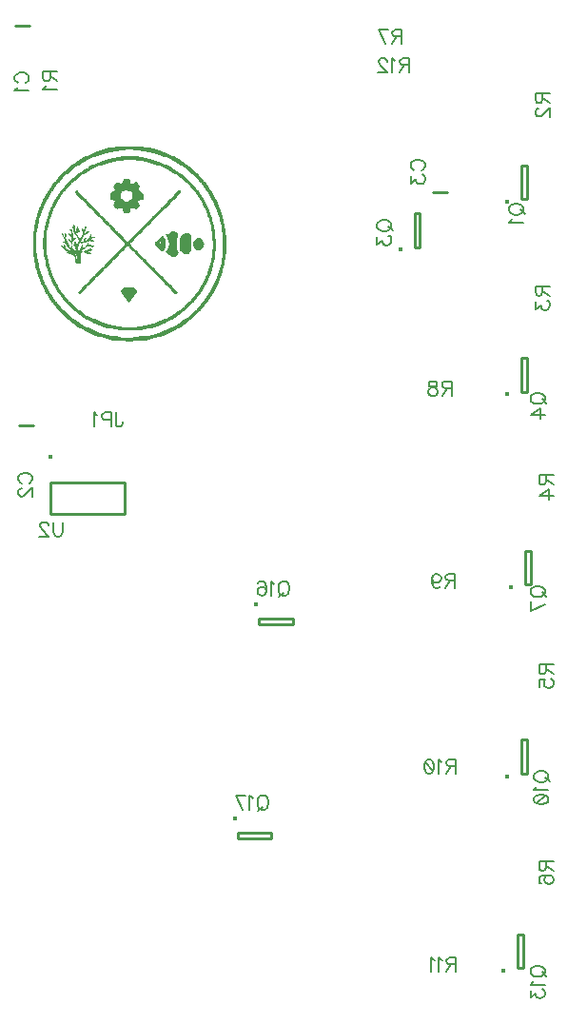
<source format=gbr>
G04 DipTrace 3.3.1.3*
G04 BottomSilk.gbr*
%MOMM*%
G04 #@! TF.FileFunction,Legend,Bot*
G04 #@! TF.Part,Single*
%ADD10C,0.25*%
%ADD12C,0.0762*%
%ADD29O,0.39172X0.39127*%
%ADD33O,0.39127X0.39172*%
%ADD37O,0.39124X0.39193*%
%ADD87C,0.19608*%
%FSLAX35Y35*%
G04*
G71*
G90*
G75*
G01*
G04 BotSilk*
%LPD*%
X2334950Y10471303D2*
D10*
X2205050D1*
X2366700Y6915303D2*
X2236800D1*
X5919800Y8991197D2*
X6049700D1*
D29*
X6582389Y8906767D3*
X6709750Y8930137D2*
D10*
Y9230123D1*
X6759750D1*
Y8930137D1*
X6709750D1*
D29*
X5629889Y8478144D3*
X5757250Y8501514D2*
D10*
Y8801500D1*
X5807250D1*
Y8501514D1*
X5757250D1*
D29*
X6582389Y7192267D3*
X6709750Y7215637D2*
D10*
Y7515623D1*
X6759750D1*
Y7215637D1*
X6709750D1*
D29*
X6614139Y5477767D3*
X6741500Y5501137D2*
D10*
Y5801123D1*
X6791500D1*
Y5501137D1*
X6741500D1*
D29*
X6582389Y3795017D3*
X6709750Y3818387D2*
D10*
Y4118373D1*
X6759750D1*
Y3818387D1*
X6709750D1*
D29*
X6550639Y2064644D3*
X6678000Y2088014D2*
D10*
Y2388000D1*
X6728000D1*
Y2088014D1*
X6678000D1*
D33*
X4350644Y5323611D3*
X4374014Y5196250D2*
D10*
X4674000D1*
Y5146250D1*
X4374014D1*
Y5196250D1*
D33*
X4160144Y3418611D3*
X4183514Y3291250D2*
D10*
X4483500D1*
Y3241250D1*
X4183514D1*
Y3291250D1*
D37*
X2521894Y6632944D3*
X2519254Y6406249D2*
D10*
X3179222D1*
X2519254Y6126251D2*
X3179222D1*
Y6406249D2*
Y6126251D1*
X2519254Y6406249D2*
Y6126251D1*
X3109470Y9399780D2*
D12*
X3322830D1*
X3074070Y9392160D2*
X3359687D1*
X3040061Y9384540D2*
X3394313D1*
X3008846Y9376920D2*
X3425733D1*
X2980423Y9369300D2*
X3148048D1*
X3291872D2*
X3454719D1*
X2955170Y9361680D2*
X3089976D1*
X3349944D2*
X3480938D1*
X2933727Y9354060D2*
X3044574D1*
X3395346D2*
X3504098D1*
X2915010Y9346440D2*
X3009290D1*
X3430630D2*
X3524920D1*
X2897092Y9338820D2*
X2980435D1*
X3459456D2*
X3543880D1*
X2879415Y9331200D2*
X2955206D1*
X3484447D2*
X3561408D1*
X2862073Y9323580D2*
X2932072D1*
X3506877D2*
X3578126D1*
X2845044Y9315960D2*
X2910483D1*
X3527612D2*
X3594167D1*
X2828900Y9308340D2*
X2890568D1*
X3162810D2*
X3277110D1*
X3547398D2*
X3609307D1*
X2814020Y9300720D2*
X2873057D1*
X3118397D2*
X3320375D1*
X3565534D2*
X3623991D1*
X2800327Y9293100D2*
X2857408D1*
X3077976D2*
X3359175D1*
X3581805D2*
X3638251D1*
X2786956Y9285480D2*
X2842374D1*
X3042601D2*
X3393548D1*
X3597223D2*
X3651996D1*
X2773298Y9277860D2*
X2827607D1*
X3012137D2*
X3162810D1*
X3277110D2*
X3424473D1*
X3612179D2*
X3665329D1*
X2759988Y9270240D2*
X2813491D1*
X2986066D2*
X3075022D1*
X3363721D2*
X3451551D1*
X3626378D2*
X3677974D1*
X2747891Y9262620D2*
X2800402D1*
X2963116D2*
X3043691D1*
X3393162D2*
X3474773D1*
X3639499D2*
X3689994D1*
X2736860Y9255000D2*
X2788141D1*
X2942640D2*
X3015751D1*
X3419129D2*
X3494700D1*
X3651772D2*
X3701445D1*
X2726192Y9247380D2*
X2776333D1*
X2923932D2*
X2990819D1*
X3442757D2*
X3512580D1*
X3663585D2*
X3712014D1*
X2715862Y9239760D2*
X2764757D1*
X2906093D2*
X2968260D1*
X3464846D2*
X3529364D1*
X3675162D2*
X3721640D1*
X2705973Y9232140D2*
X2753264D1*
X2889079D2*
X2947414D1*
X3486071D2*
X3545419D1*
X3686626D2*
X3730888D1*
X2696446Y9224520D2*
X2741819D1*
X2873850D2*
X2928072D1*
X3506163D2*
X3561250D1*
X3697833D2*
X3740268D1*
X2687376Y9216900D2*
X2730435D1*
X2860817D2*
X2909698D1*
X3524852D2*
X3576148D1*
X3708514D2*
X3749865D1*
X2678412Y9209280D2*
X2719515D1*
X2854984D2*
X2892779D1*
X3541831D2*
X3589648D1*
X3718580D2*
X3759819D1*
X2669376Y9201660D2*
X2709782D1*
X2827530D2*
X2877783D1*
X3557082D2*
X3602120D1*
X3728184D2*
X3769404D1*
X2660523Y9194040D2*
X2701305D1*
X2819355D2*
X2863951D1*
X3570895D2*
X3614030D1*
X3737286D2*
X3777783D1*
X2651408Y9186420D2*
X2692922D1*
X2808789D2*
X2850649D1*
X3584085D2*
X3625888D1*
X3746262D2*
X3785534D1*
X2641720Y9178800D2*
X2684027D1*
X2797003D2*
X2837823D1*
X3597060D2*
X3638085D1*
X3755272D2*
X3794096D1*
X2632074Y9171180D2*
X2674659D1*
X2785571D2*
X2825072D1*
X3609524D2*
X3650370D1*
X3763888D2*
X3803571D1*
X2623324Y9163560D2*
X2664772D1*
X2774806D2*
X2812305D1*
X3621494D2*
X3661693D1*
X3772271D2*
X3812699D1*
X2615715Y9155940D2*
X2654987D1*
X2764268D2*
X2800177D1*
X3633151D2*
X3671775D1*
X3780867D2*
X3820921D1*
X2608889Y9148320D2*
X2645949D1*
X2754211D2*
X2789202D1*
X3644411D2*
X3681455D1*
X3789681D2*
X3828005D1*
X2602233Y9140700D2*
X2637587D1*
X2745038D2*
X2779378D1*
X3654917D2*
X3691379D1*
X3798202D2*
X3833999D1*
X2595762Y9133080D2*
X2629660D1*
X2736370D2*
X2770075D1*
X3664530D2*
X3701145D1*
X3806334D2*
X3839986D1*
X2589484Y9125460D2*
X2622170D1*
X2727429D2*
X2760899D1*
X3673988D2*
X3710167D1*
X3814407D2*
X3847024D1*
X2583071Y9117840D2*
X2615468D1*
X2717841D2*
X2751993D1*
X3683847D2*
X3718520D1*
X3822577D2*
X3855021D1*
X2576937Y9110220D2*
X2609654D1*
X2708213D2*
X2742858D1*
X3170430D2*
X3216150D1*
X3693814D2*
X3726472D1*
X3830369D2*
X3862903D1*
X2571382Y9102600D2*
X2603981D1*
X2699244D2*
X2733163D1*
X3167825D2*
X3218755D1*
X3703555D2*
X3734229D1*
X3836998D2*
X3869899D1*
X2565816Y9094980D2*
X2597688D1*
X2690910D2*
X2723515D1*
X3165498D2*
X3221023D1*
X3712995D2*
X3741901D1*
X3842910D2*
X3875870D1*
X2559564Y9087360D2*
X2590803D1*
X2682965D2*
X2714764D1*
X3163473D2*
X3222473D1*
X3721777D2*
X3749540D1*
X3848697D2*
X3881614D1*
X2552695Y9079740D2*
X2583744D1*
X2675210D2*
X2707126D1*
X3109470D2*
D3*
X3161177D2*
X3223260D1*
X3277110D2*
D3*
X3729793D2*
X3757167D1*
X3854585D2*
X3887906D1*
X2545671Y9072120D2*
X2576991D1*
X2667568D2*
X2700031D1*
X3100992D2*
X3117090D1*
X3155012D2*
X3223770D1*
X3261870D2*
X3284730D1*
X3737209D2*
X3764789D1*
X3860790D2*
X3894563D1*
X2539158Y9064500D2*
X2570544D1*
X2660198D2*
X2692405D1*
X3092758D2*
X3132330D1*
X3147570D2*
X3292000D1*
X3744543D2*
X3772410D1*
X3866852D2*
X3900863D1*
X2533445Y9056880D2*
X2564043D1*
X2653542D2*
X2684138D1*
X3085343D2*
X3298078D1*
X3752212D2*
X3780000D1*
X3872361D2*
X3906258D1*
X2528035Y9049260D2*
X2557659D1*
X2647745D2*
X2676114D1*
X3081714D2*
X3302694D1*
X3759497D2*
X3787382D1*
X3877897D2*
X3910902D1*
X2522484Y9041640D2*
X2551641D1*
X2642078D2*
X2668837D1*
X3081003D2*
X3302354D1*
X3766271D2*
X3794269D1*
X3883894D2*
X3915320D1*
X2516724Y9034020D2*
X2545968D1*
X2635787D2*
X2662147D1*
X3083662D2*
X3300468D1*
X3773174D2*
X3800767D1*
X3890041D2*
X3920005D1*
X2510796Y9026400D2*
X2540958D1*
X2628903D2*
X2655544D1*
X3087245D2*
X3297830D1*
X3780344D2*
X3807288D1*
X3895960D2*
X3925000D1*
X2505511Y9018780D2*
X2536504D1*
X2621874D2*
X2649092D1*
X3090761D2*
X3178660D1*
X3197915D2*
X3295787D1*
X3787493D2*
X3813707D1*
X3901594D2*
X3929924D1*
X2501367Y9011160D2*
X2532139D1*
X2615359D2*
X2642791D1*
X3091331D2*
X3165671D1*
X3214418D2*
X3294991D1*
X3794055D2*
X3819966D1*
X3906589D2*
X3934947D1*
X2497636Y9003540D2*
X2527248D1*
X2609645D2*
X2636142D1*
X2743710D2*
X2751330D1*
X3086168D2*
X3155383D1*
X3226844D2*
X3300319D1*
X3650490D2*
X3665730D1*
X3799786D2*
X3826343D1*
X3911039D2*
X3940085D1*
X2493723Y8995920D2*
X2521563D1*
X2604265D2*
X2629305D1*
X2740138D2*
X2758950D1*
X3073952D2*
X3147442D1*
X3235671D2*
X3312586D1*
X3644670D2*
X3669302D1*
X3805201D2*
X3832237D1*
X3915372D2*
X3944847D1*
X2489275Y8988300D2*
X2515789D1*
X2598952D2*
X2622897D1*
X2736090D2*
X2766570D1*
X3062641D2*
X3141176D1*
X3242250D2*
X3323923D1*
X3637913D2*
X3673350D1*
X3810755D2*
X3837058D1*
X3920024D2*
X3949198D1*
X2484380Y8980680D2*
X2510638D1*
X2593866D2*
X2617232D1*
X2742543D2*
X2774190D1*
X3053919D2*
X3136820D1*
X3244512D2*
X3332658D1*
X3630340D2*
X3663130D1*
X3816545D2*
X3841501D1*
X3925006D2*
X3953494D1*
X2479494Y8973060D2*
X2506126D1*
X2588553D2*
X2611873D1*
X2750493D2*
X2781810D1*
X3051068D2*
X3134357D1*
X3245731D2*
X3335510D1*
X3622578D2*
X3654472D1*
X3822712D2*
X3846653D1*
X3929926D2*
X3958102D1*
X2474485Y8965440D2*
X2501986D1*
X2582694D2*
X2606597D1*
X2759467D2*
X2789430D1*
X3049572D2*
X3133197D1*
X3246279D2*
X3337007D1*
X3615292D2*
X3646624D1*
X3828730D2*
X3852322D1*
X3934918D2*
X3962811D1*
X2469353Y8957820D2*
X2498018D1*
X2577071D2*
X2601752D1*
X2767566D2*
X2797050D1*
X3048917D2*
X3132981D1*
X3246471D2*
X3337663D1*
X3608088D2*
X3639015D1*
X3833996D2*
X3858014D1*
X3939817D2*
X3966788D1*
X2464592Y8950200D2*
X2493913D1*
X2572589D2*
X2597144D1*
X2774230D2*
X2804670D1*
X3048657D2*
X3134044D1*
X3246257D2*
X3337923D1*
X3600750D2*
X3631675D1*
X3838797D2*
X3863553D1*
X3943847D2*
X3970222D1*
X2460271Y8942580D2*
X2489387D1*
X2568918D2*
X2592139D1*
X2780560D2*
X2812290D1*
X3048559D2*
X3136324D1*
X3244989D2*
X3338021D1*
X3593486D2*
X3624797D1*
X3843642D2*
X3868481D1*
X3947076D2*
X3974139D1*
X2456244Y8934960D2*
X2484710D1*
X2564902D2*
X2586645D1*
X2787778D2*
X2819910D1*
X3048510D2*
X3142210D1*
X3242535D2*
X3338070D1*
X3586409D2*
X3618262D1*
X3848480D2*
X3872648D1*
X3950301D2*
X3978694D1*
X2452577Y8927340D2*
X2480746D1*
X2560308D2*
X2581568D1*
X2796104D2*
X2827530D1*
X3068672D2*
X3149896D1*
X3235632D2*
X3316269D1*
X3579184D2*
X3611258D1*
X3852734D2*
X3876036D1*
X3953977D2*
X3983408D1*
X2449455Y8919720D2*
X2477315D1*
X2555580D2*
X2577512D1*
X2804979D2*
X2835150D1*
X3084154D2*
X3159597D1*
X3226538D2*
X3299226D1*
X3571331D2*
X3603416D1*
X3856886D2*
X3879099D1*
X3958296D2*
X3988312D1*
X2446729Y8912100D2*
X2473430D1*
X2550670D2*
X2573816D1*
X2813808D2*
X2842770D1*
X3091432D2*
X3170430D1*
X3216150D2*
X3284730D1*
X3563361D2*
X3595170D1*
X3861661D2*
X3882830D1*
X3962884D2*
X3993177D1*
X2443769Y8904480D2*
X2469144D1*
X2545804D2*
X2569917D1*
X2821736D2*
X2850360D1*
X3089052D2*
X3291143D1*
X3555741D2*
X3587488D1*
X3866317D2*
X3887275D1*
X3966814D2*
X3997193D1*
X2440431Y8896860D2*
X2465371D1*
X2541787D2*
X2565502D1*
X2828810D2*
X2857742D1*
X3085688D2*
X3296546D1*
X3548711D2*
X3580292D1*
X3870139D2*
X3891719D1*
X3970231D2*
X4000388D1*
X2436853Y8889240D2*
X2462024D1*
X2538562D2*
X2560877D1*
X2835839D2*
X2864659D1*
X3082696D2*
X3300627D1*
X3542107D2*
X3572605D1*
X3873480D2*
X3895908D1*
X3974112D2*
X4003344D1*
X2433163Y8881620D2*
X2458172D1*
X2535368D2*
X2556933D1*
X2843087D2*
X2871425D1*
X3080581D2*
X3303584D1*
X3535074D2*
X3564519D1*
X3876404D2*
X3899914D1*
X3978397D2*
X4006048D1*
X2429635Y8874000D2*
X2453897D1*
X2531931D2*
X2553511D1*
X2850522D2*
X2878916D1*
X3081462D2*
X3302404D1*
X3527222D2*
X3556932D1*
X3879248D2*
X3903800D1*
X3982140D2*
X4008572D1*
X2426536Y8866380D2*
X2450158D1*
X2528315D2*
X2549629D1*
X2858061D2*
X2887131D1*
X3086780D2*
X3297464D1*
X3518972D2*
X3549752D1*
X3882887D2*
X3907620D1*
X3985249D2*
X4011445D1*
X2423591Y8858760D2*
X2447081D1*
X2524611D2*
X2545343D1*
X2865649D2*
X2895135D1*
X3093823D2*
X3133731D1*
X3144575D2*
X3291290D1*
X3511318D2*
X3541846D1*
X3887295D2*
X3911197D1*
X3988397D2*
X4014719D1*
X2419935Y8851140D2*
X2444170D1*
X2521077D2*
X2541601D1*
X2873256D2*
X2902406D1*
X3101567D2*
X3121165D1*
X3154877D2*
X3223740D1*
X3261870D2*
X3284342D1*
X3504360D2*
X3533034D1*
X3891726D2*
X3914285D1*
X3991788D2*
X4018016D1*
X2415774Y8843520D2*
X2441483D1*
X2517977D2*
X2538521D1*
X2880872D2*
X2909123D1*
X3109470D2*
D3*
X3159229D2*
X3223472D1*
X3277110D2*
D3*
X3497376D2*
X3524387D1*
X3895910D2*
X3916998D1*
X3995160D2*
X4020760D1*
X2412307Y8835900D2*
X2438965D1*
X2515031D2*
X2535611D1*
X2888491D2*
X2915994D1*
X3162426D2*
X3222496D1*
X3490115D2*
X3516614D1*
X3899885D2*
X3919953D1*
X3998159D2*
X4022730D1*
X2409945Y8828280D2*
X2436094D1*
X2511375D2*
X2532923D1*
X2896110D2*
X2923387D1*
X3165323D2*
X3220606D1*
X3482448D2*
X3509153D1*
X3903533D2*
X3923260D1*
X4000808D2*
X4024816D1*
X2407923Y8820660D2*
X2432821D1*
X2507214D2*
X2530405D1*
X2903730D2*
X2931275D1*
X3168014D2*
X3218338D1*
X3474207D2*
X3501481D1*
X3906648D2*
X3926599D1*
X4003512D2*
X4027989D1*
X2405634Y8813040D2*
X2429524D1*
X2503747D2*
X2527534D1*
X2911350D2*
X2939175D1*
X3170430D2*
X3216150D1*
X3465766D2*
X3493476D1*
X3909343D2*
X3929586D1*
X4006111D2*
X4031921D1*
X2403492Y8805420D2*
X2426780D1*
X2501385D2*
X2524261D1*
X2918970D2*
X2946516D1*
X3458030D2*
X3485501D1*
X3912034D2*
X3932260D1*
X4008565D2*
X4035262D1*
X2402063Y8797800D2*
X2424840D1*
X2499363D2*
X2520934D1*
X2926590D2*
X2953770D1*
X3451009D2*
X3477905D1*
X3914401D2*
X3935201D1*
X4011185D2*
X4037348D1*
X2401033Y8790180D2*
X2422992D1*
X2497074D2*
X2517952D1*
X2934210D2*
X2961384D1*
X3443775D2*
X3469942D1*
X3916183D2*
X3938503D1*
X4013750D2*
X4038653D1*
X2399462Y8782560D2*
X2420522D1*
X2494903D2*
X2515279D1*
X2941830D2*
X2969592D1*
X3435835D2*
X3461502D1*
X3918187D2*
X3941810D1*
X4016192D2*
X4040084D1*
X2396529Y8774940D2*
X2417444D1*
X2493235D2*
X2512339D1*
X2949450D2*
X2978227D1*
X3427551D2*
X3453403D1*
X3921328D2*
X3944529D1*
X4018777D2*
X4042095D1*
X2392698Y8767320D2*
X2414232D1*
X2491502D2*
X2509037D1*
X2957070D2*
X2986375D1*
X3419885D2*
X3446065D1*
X3925248D2*
X3946232D1*
X4021103D2*
X4044119D1*
X2389396Y8759700D2*
X2411550D1*
X2489077D2*
X2505730D1*
X2964690D2*
X2993199D1*
X3412922D2*
X3439096D1*
X3928614D2*
X3947347D1*
X4022841D2*
X4045503D1*
X2387354Y8752080D2*
X2409891D1*
X2486015D2*
X2503011D1*
X2972310D2*
X2997976D1*
X3405937D2*
X3431547D1*
X3930937D2*
X3948695D1*
X4024572D2*
X4046486D1*
X2386292Y8744460D2*
X2409018D1*
X2482809D2*
X2501308D1*
X2979930D2*
X3000821D1*
X3398705D2*
X3423536D1*
X3932945D2*
X3950703D1*
X4026770D2*
X4047784D1*
X2385566Y8736840D2*
X2408375D1*
X2480129D2*
X2500193D1*
X2987550D2*
X3018030D1*
X3391276D2*
X3416222D1*
X3935259D2*
X3952983D1*
X4029132D2*
X4049773D1*
X2384410Y8729220D2*
X2407251D1*
X2478441D2*
X2498845D1*
X2995170D2*
X3024477D1*
X3383738D2*
X3409772D1*
X3937666D2*
X3955304D1*
X4031486D2*
X4052046D1*
X2382485Y8721600D2*
X2405368D1*
X2477330D2*
X2496866D1*
X3002790D2*
X3031438D1*
X3376151D2*
X3402943D1*
X3940037D2*
X3957843D1*
X4034037D2*
X4054365D1*
X2380238Y8713980D2*
X2403393D1*
X2475984D2*
X2494855D1*
X3010410D2*
X3038302D1*
X3368543D2*
X3394774D1*
X3942594D2*
X3960152D1*
X4036320D2*
X4056904D1*
X2377929Y8706360D2*
X2402027D1*
X2474006D2*
X2493475D1*
X3018030D2*
X3045315D1*
X3360928D2*
X3386142D1*
X3944879D2*
X3961884D1*
X4037785D2*
X4059183D1*
X2375395Y8698740D2*
X2401050D1*
X2471965D2*
X2492493D1*
X2720850D2*
D3*
X3025650D2*
X3052575D1*
X3353309D2*
X3378475D1*
X3946345D2*
X3963613D1*
X4038544D2*
X4060646D1*
X2373117Y8691120D2*
X2399755D1*
X2470347D2*
X2491196D1*
X2717623D2*
X2728470D1*
X3033240D2*
X3059810D1*
X3345690D2*
X3372073D1*
X3947104D2*
X3965780D1*
X4038916D2*
X4061434D1*
X2371654Y8683500D2*
X2397767D1*
X2468662D2*
X2489207D1*
X2715650D2*
X2728470D1*
X2758950D2*
D3*
X2819910D2*
X2827530D1*
X3040622D2*
X3066877D1*
X3338070D2*
X3365866D1*
X3947476D2*
X3967874D1*
X4039324D2*
X4062044D1*
X2370896Y8675880D2*
X2395493D1*
X2466511D2*
X2486934D1*
X2716940D2*
X2728470D1*
X2754249D2*
X2758950D1*
X2819910D2*
X2827240D1*
X3047539D2*
X3074038D1*
X3330450D2*
X3358518D1*
X3947884D2*
X3969257D1*
X4040349D2*
X4063155D1*
X2370554Y8668260D2*
X2393175D1*
X2464423D2*
X2484615D1*
X2697990D2*
D3*
X2718575D2*
X2728470D1*
X2750099D2*
X2760446D1*
X2797050D2*
D3*
X2819910D2*
X2826233D1*
X3054305D2*
X3081358D1*
X3322830D2*
X3350002D1*
X3948909D2*
X3969983D1*
X4042194D2*
X4065034D1*
X2370384Y8660640D2*
X2390636D1*
X2463042D2*
X2482076D1*
X2690370D2*
X2705610D1*
X2720039D2*
X2728470D1*
X2746648D2*
X2763582D1*
X2798518D2*
X2824115D1*
X3061796D2*
X3087400D1*
X3315210D2*
X3341706D1*
X3950754D2*
X3970313D1*
X4044154D2*
X4067007D1*
X2370062Y8653020D2*
X2388357D1*
X2462317D2*
X2479797D1*
X2696492D2*
X2705640D1*
X2721918D2*
X2728470D1*
X2743710D2*
X2768476D1*
X2801384D2*
X2820964D1*
X2850390D2*
D3*
X3070011D2*
X3091353D1*
X3307590D2*
X3334680D1*
X3952714D2*
X3970449D1*
X4045485D2*
X4068343D1*
X2369071Y8645400D2*
X2386894D1*
X2461987D2*
X2478334D1*
X2700949D2*
X2705908D1*
X2725042D2*
X2774190D1*
X2805153D2*
X2816915D1*
X2842294D2*
X2858010D1*
X3077986D2*
X3109470D1*
X3299970D2*
X3328119D1*
X3589530D2*
X3620010D1*
X3954045D2*
X3970501D1*
X4046193D2*
X4069052D1*
X2367240Y8637780D2*
X2386136D1*
X2461821D2*
X2477576D1*
X2703509D2*
X2706879D1*
X2729213D2*
X2736090D1*
X2808144D2*
X2812290D1*
X2835150D2*
X2849492D1*
X3085048D2*
X3113602D1*
X3292350D2*
X3320790D1*
X3583406D2*
X3631342D1*
X3954753D2*
X3970550D1*
X4046516D2*
X4069376D1*
X2365284Y8630160D2*
X2385794D1*
X2461501D2*
X2477234D1*
X2704806D2*
X2708704D1*
X2733545D2*
X2736090D1*
X2809855D2*
X2838710D1*
X3091300D2*
X3119272D1*
X3284730D2*
X3312657D1*
X3578922D2*
X3641586D1*
X3955076D2*
X3970824D1*
X4046650D2*
X4069540D1*
X2363954Y8622540D2*
X2385653D1*
X2460511D2*
X2477093D1*
X2621790D2*
D3*
X2644650D2*
D3*
X2675130D2*
X2682750D1*
X2705610D2*
X2710657D1*
X2737721D2*
X2736090D1*
X2807375D2*
X2827349D1*
X3098020D2*
X3126517D1*
X3277110D2*
X3304479D1*
X3576196D2*
X3646705D1*
X3719070D2*
X3741930D1*
X3955210D2*
X3971798D1*
X4046701D2*
X4069859D1*
X2363247Y8614920D2*
X2385600D1*
X2458680D2*
X2477040D1*
X2624425D2*
X2621790D1*
X2644650D2*
X2652270D1*
X2682695D2*
X2711987D1*
X2741950D2*
X2743710D1*
X2803590D2*
X2817624D1*
X2873250D2*
D3*
X3106139D2*
X3134738D1*
X3269490D2*
X3296716D1*
X3543810D2*
X3648197D1*
X3701218D2*
X3751570D1*
X3955261D2*
X3973623D1*
X4046750D2*
X4070849D1*
X2362924Y8607300D2*
X2385580D1*
X2456724D2*
X2477020D1*
X2626990D2*
X2629410D1*
X2644650D2*
X2651957D1*
X2691009D2*
X2712695D1*
X2746564D2*
X2751330D1*
X2799248D2*
X2809583D1*
X2869673D2*
X2873250D1*
X3114750D2*
X3142991D1*
X3261870D2*
X3289396D1*
X3547593D2*
X3646570D1*
X3688277D2*
X3759326D1*
X3955280D2*
X3975577D1*
X4047024D2*
X4072680D1*
X2362790Y8599680D2*
X2385573D1*
X2455394D2*
X2477013D1*
X2629674D2*
X2629410D1*
X2644650D2*
X2650774D1*
X2697844D2*
X2713031D1*
X2751533D2*
X2758950D1*
X2794513D2*
X2803301D1*
X2866919D2*
X2873250D1*
X2903730D2*
D3*
X3122439D2*
X3150765D1*
X3254250D2*
X3282068D1*
X3513330D2*
D3*
X3551780D2*
X3643949D1*
X3678880D2*
X3762152D1*
X3955316D2*
X3976906D1*
X4047998D2*
X4074636D1*
X2362739Y8592060D2*
X2385571D1*
X2454687D2*
X2477011D1*
X2633216D2*
X2648168D1*
X2702808D2*
X2713230D1*
X2736090D2*
D3*
X2756448D2*
X2766570D1*
X2789430D2*
X2798519D1*
X2863568D2*
X2903730D1*
X3129076D2*
X3157864D1*
X3246630D2*
X3274174D1*
X3502193D2*
X3520950D1*
X3555465D2*
X3640934D1*
X3674825D2*
X3763672D1*
X3955587D2*
X3977643D1*
X4049823D2*
X4075966D1*
X2362720Y8584440D2*
X2385570D1*
X2454364D2*
X2477010D1*
X2637361D2*
X2644650D1*
X2704300D2*
X2736090D1*
X2761439D2*
X2793953D1*
X2819910D2*
X2827530D1*
X2858120D2*
X2865630D1*
X3135986D2*
X3164467D1*
X3239010D2*
X3266190D1*
X3492354D2*
X3526160D1*
X3558547D2*
X3638329D1*
X3671400D2*
X3764354D1*
X3833370D2*
X3840990D1*
X3956558D2*
X3978234D1*
X4051777D2*
X4076673D1*
X2362713Y8576820D2*
X2385570D1*
X2454230D2*
X2477010D1*
X2641072D2*
X2650802D1*
X2682750D2*
D3*
X2705108D2*
X2727098D1*
X2766278D2*
X2789314D1*
X2818509D2*
X2823958D1*
X2850774D2*
X2871233D1*
X3144187D2*
X3171267D1*
X3231390D2*
X3258563D1*
X3483389D2*
X3530696D1*
X3561684D2*
X3636697D1*
X3668743D2*
X3764600D1*
X3816945D2*
X3851807D1*
X3958384D2*
X3979339D1*
X4053106D2*
X4076996D1*
X2362711Y8569200D2*
X2385570D1*
X2454179D2*
X2477010D1*
X2644346D2*
X2655527D1*
X2685105D2*
X2682750D1*
X2705610D2*
X2718404D1*
X2770498D2*
X2785279D1*
X2815835D2*
X2819910D1*
X2842770D2*
X2882800D1*
X3152861D2*
X3178391D1*
X3223770D2*
X3251532D1*
X3474574D2*
X3533585D1*
X3565070D2*
X3635863D1*
X3667134D2*
X3764436D1*
X3804413D2*
X3860371D1*
X3960337D2*
X3981215D1*
X4053813D2*
X4077130D1*
X2362710Y8561580D2*
X2385570D1*
X2454160D2*
X2477010D1*
X2648053D2*
X2659050D1*
X2688913D2*
X2711097D1*
X2736090D2*
D3*
X2771693D2*
X2781810D1*
X2812290D2*
X2847588D1*
X2873250D2*
X2896110D1*
X3160771D2*
X3185670D1*
X3216150D2*
X3244957D1*
X3465931D2*
X3535078D1*
X3568411D2*
X3635491D1*
X3666323D2*
X3763502D1*
X3794643D2*
X3866272D1*
X3961666D2*
X3983188D1*
X4054136D2*
X4077181D1*
X2362710Y8553960D2*
X2385570D1*
X2454153D2*
X2477010D1*
X2629410D2*
X2637030D1*
X2652270D2*
X2662142D1*
X2693150D2*
X2708274D1*
X2728470D2*
X2736090D1*
X2769271D2*
X2819381D1*
X3167788D2*
X3238162D1*
X3458435D2*
X3476631D1*
X3504309D2*
X3535750D1*
X3571142D2*
X3635340D1*
X3665963D2*
X3761690D1*
X3791055D2*
X3870306D1*
X3962373D2*
X3984523D1*
X4054270D2*
X4077200D1*
X2362710Y8546340D2*
X2385570D1*
X2454151D2*
X2477010D1*
X2635578D2*
X2664929D1*
X2697008D2*
X2706741D1*
X2732206D2*
X2738764D1*
X2765712D2*
X2774190D1*
X2789430D2*
D3*
X3173987D2*
X3231014D1*
X3452949D2*
X3479305D1*
X3501635D2*
X3536026D1*
X3572820D2*
X3635282D1*
X3665816D2*
X3759770D1*
X3789104D2*
X3873544D1*
X3962696D2*
X3985232D1*
X4054321D2*
X4077207D1*
X2362710Y8538720D2*
X2385570D1*
X2454150D2*
X2477010D1*
X2643781D2*
X2667710D1*
X2701109D2*
X2706025D1*
X2732570D2*
X2741354D1*
X2762154D2*
X2768068D1*
X2789430D2*
X2797050D1*
X2850390D2*
D3*
X3179245D2*
X3223628D1*
X3449024D2*
X3482850D1*
X3498090D2*
X3536132D1*
X3573639D2*
X3635261D1*
X3665761D2*
X3758711D1*
X3788251D2*
X3875842D1*
X3962830D2*
X3985526D1*
X4054340D2*
X4077209D1*
X2362710Y8531100D2*
X2385570D1*
X2454150D2*
X2477010D1*
X2652175D2*
X2671299D1*
X2705610D2*
D3*
X2727489D2*
X2743710D1*
X2758950D2*
X2763611D1*
X2845417D2*
X2850390D1*
X3179462D2*
X3216150D1*
X3449269D2*
X3536170D1*
X3573749D2*
X3635254D1*
X3665740D2*
X3758975D1*
X3788159D2*
X3877085D1*
X3962881D2*
X3985392D1*
X4054347D2*
X4077210D1*
X2362710Y8523480D2*
X2385570D1*
X2454150D2*
X2477010D1*
X2637030D2*
D3*
X2659286D2*
X2675514D1*
X2720850D2*
X2761059D1*
X2797050D2*
D3*
X2839223D2*
X2850390D1*
X3175059D2*
X3225197D1*
X3452894D2*
X3536154D1*
X3572901D2*
X3635251D1*
X3665733D2*
X3760477D1*
X3789023D2*
X3875513D1*
X3962900D2*
X3984502D1*
X4054349D2*
X4077210D1*
X2362710Y8515860D2*
X2385570D1*
X2454150D2*
X2477010D1*
X2614170D2*
X2621790D1*
X2637030D2*
X2644650D1*
X2665702D2*
X2679374D1*
X2705610D2*
D3*
X2729063D2*
X2759822D1*
X2794665D2*
X2797050D1*
X2833087D2*
X2896110D1*
X3169166D2*
X3233196D1*
X3458164D2*
X3535890D1*
X3570867D2*
X3635250D1*
X3665731D2*
X3762297D1*
X3791126D2*
X3873198D1*
X3962907D2*
X3982985D1*
X4054350D2*
X4077210D1*
X2362710Y8508240D2*
X2385570D1*
X2454150D2*
X2477010D1*
X2619480D2*
X2645230D1*
X2672356D2*
X2682750D1*
X2705610D2*
D3*
X2735329D2*
X2759286D1*
X2790619D2*
X2797050D1*
X2827530D2*
D3*
X2880870D2*
X2888490D1*
X3162318D2*
X3183285D1*
X3218055D2*
X3240288D1*
X3464882D2*
X3534891D1*
X3567963D2*
X3635250D1*
X3665760D2*
X3763575D1*
X3794621D2*
X3870347D1*
X3962879D2*
X3981533D1*
X4054350D2*
X4077210D1*
X2362710Y8500620D2*
X2385570D1*
X2454180D2*
X2477010D1*
X2627039D2*
X2646495D1*
X2679693D2*
X2705610D1*
X2739517D2*
X2759073D1*
X2785696D2*
X2819910D1*
X3155010D2*
X3179209D1*
X3223656D2*
X3247320D1*
X3472726D2*
X3532769D1*
X3564786D2*
X3635280D1*
X3666028D2*
X3764263D1*
X3800194D2*
X3862880D1*
X3962612D2*
X3983193D1*
X4054320D2*
X4077210D1*
X2362710Y8493000D2*
X2385570D1*
X2454448D2*
X2477010D1*
X2636227D2*
X2651109D1*
X2688058D2*
X2712358D1*
X2741841D2*
X2758993D1*
X2781126D2*
X2806990D1*
X2873250D2*
D3*
X3147507D2*
X3173994D1*
X3230603D2*
X3254568D1*
X3481253D2*
X3529548D1*
X3561831D2*
X3635577D1*
X3667029D2*
X3764580D1*
X3808416D2*
X3852648D1*
X3961641D2*
X3985770D1*
X4054052D2*
X4077210D1*
X2362710Y8485380D2*
X2385570D1*
X2455419D2*
X2477010D1*
X2645541D2*
X2661941D1*
X2697862D2*
X2720214D1*
X2742998D2*
X2758964D1*
X2777362D2*
X2796495D1*
X2857651D2*
X2880870D1*
X3139929D2*
X3168202D1*
X3237653D2*
X3262002D1*
X3489653D2*
X3525146D1*
X3558912D2*
X3636816D1*
X3669151D2*
X3764652D1*
X3818130D2*
X3840990D1*
X3959816D2*
X3982253D1*
X4053081D2*
X4077210D1*
X2362710Y8477760D2*
X2385570D1*
X2457244D2*
X2477010D1*
X2653755D2*
X2678105D1*
X2708976D2*
X2728470D1*
X2743710D2*
X2758950D1*
X2774190D2*
X2788427D1*
X2842066D2*
X2867031D1*
X3132323D2*
X3161500D1*
X3244601D2*
X3269541D1*
X3497755D2*
X3519527D1*
X3555004D2*
X3639613D1*
X3672403D2*
X3764137D1*
X3957863D2*
X3980064D1*
X4051256D2*
X4077180D1*
X2362740Y8470140D2*
X2385570D1*
X2459197D2*
X2477010D1*
X2660811D2*
X2697990D1*
X2720850D2*
X2781810D1*
X2826817D2*
X2854465D1*
X3124708D2*
X3153743D1*
X3252205D2*
X3277129D1*
X3505710D2*
X3513330D1*
X3549742D2*
X3643391D1*
X3677116D2*
X3762821D1*
X3956534D2*
X3978927D1*
X4049303D2*
X4076912D1*
X2363008Y8462520D2*
X2385600D1*
X2460526D2*
X2477010D1*
X2667510D2*
X2797050D1*
X2812290D2*
X2842770D1*
X3117089D2*
X3145300D1*
X3260474D2*
X3284737D1*
X3543810D2*
X3646614D1*
X3684042D2*
X3757189D1*
X3955827D2*
X3978168D1*
X4047974D2*
X4075941D1*
X2363979Y8454900D2*
X2385868D1*
X2461233D2*
X2477040D1*
X2659890D2*
X2789750D1*
X2831578D2*
X2858963D1*
X3109470D2*
X3136959D1*
X3268502D2*
X3292352D1*
X3553804D2*
X3648859D1*
X3693300D2*
X3749880D1*
X3955504D2*
X3976998D1*
X4047267D2*
X4074116D1*
X2365804Y8447280D2*
X2386839D1*
X2461556D2*
X2477308D1*
X2690925D2*
X2783434D1*
X2850390D2*
X2873250D1*
X3101850D2*
X3129152D1*
X3275781D2*
X3299971D1*
X3563291D2*
X3647886D1*
X3703830D2*
X3741930D1*
X3955370D2*
X3975097D1*
X4046944D2*
X4072163D1*
X2367757Y8439660D2*
X2388664D1*
X2461690D2*
X2478279D1*
X2711677D2*
X2728470D1*
X2743710D2*
X2778283D1*
X3094230D2*
X3122042D1*
X3282502D2*
X3307590D1*
X3572825D2*
X3641209D1*
X3955319D2*
X3973117D1*
X4046810D2*
X4070834D1*
X2369086Y8432040D2*
X2390617D1*
X2461771D2*
X2480104D1*
X2725898D2*
X2776709D1*
X3086610D2*
X3115405D1*
X3289373D2*
X3315210D1*
X3584174D2*
X3631403D1*
X3955270D2*
X3971778D1*
X4046759D2*
X4070097D1*
X2369793Y8424420D2*
X2391976D1*
X2462058D2*
X2482087D1*
X2731760D2*
X2736090D1*
X2751330D2*
X2777941D1*
X3078990D2*
X3108361D1*
X3296797D2*
X3322830D1*
X3597150D2*
X3620010D1*
X3954996D2*
X3971068D1*
X4046710D2*
X4069506D1*
X2370146Y8416800D2*
X2392951D1*
X2463035D2*
X2483684D1*
X2734025D2*
X2736090D1*
X2751330D2*
X2779520D1*
X3071370D2*
X3100504D1*
X3304923D2*
X3330450D1*
X3954022D2*
X3970744D1*
X4046436D2*
X4068401D1*
X2370548Y8409180D2*
X2394245D1*
X2464892D2*
X2485362D1*
X2735224D2*
X2736090D1*
X2751330D2*
X2780676D1*
X3063750D2*
X3092252D1*
X3313526D2*
X3338070D1*
X3952197D2*
X3970610D1*
X4045462D2*
X4066525D1*
X2371570Y8401560D2*
X2396204D1*
X2467115D2*
X2487510D1*
X2735785D2*
X2736090D1*
X2751330D2*
X2781313D1*
X3056160D2*
X3084598D1*
X3321721D2*
X3345690D1*
X3950243D2*
X3970529D1*
X4043637D2*
X4064552D1*
X2373414Y8393940D2*
X2398209D1*
X2469415D2*
X2489597D1*
X2736265D2*
X2781610D1*
X3048778D2*
X3077640D1*
X3329074D2*
X3353310D1*
X3948914D2*
X3970242D1*
X4041683D2*
X4063217D1*
X2375374Y8386320D2*
X2399586D1*
X2471947D2*
X2491008D1*
X2737322D2*
X2781735D1*
X3041861D2*
X3070656D1*
X3335825D2*
X3360930D1*
X3948177D2*
X3969235D1*
X4040354D2*
X4062508D1*
X2376735Y8378700D2*
X2400567D1*
X2474224D2*
X2492001D1*
X2739239D2*
X2781783D1*
X3035095D2*
X3063424D1*
X3342707D2*
X3368550D1*
X3947586D2*
X3967140D1*
X4039647D2*
X4062154D1*
X2377710Y8371080D2*
X2401864D1*
X2475686D2*
X2493302D1*
X2741517D2*
X2781801D1*
X3027604D2*
X3055996D1*
X3350105D2*
X3376170D1*
X3946451D2*
X3964214D1*
X4039294D2*
X4061752D1*
X2379005Y8363460D2*
X2403823D1*
X2476444D2*
X2495263D1*
X2743710D2*
X2781810D1*
X3019389D2*
X3048458D1*
X3357994D2*
X3383790D1*
X3944307D2*
X3961060D1*
X4038892D2*
X4060700D1*
X2380964Y8355840D2*
X2405829D1*
X2476816D2*
X2497269D1*
X3011385D2*
X3040871D1*
X3365894D2*
X3391410D1*
X3941364D2*
X3958399D1*
X4037840D2*
X4058588D1*
X2382969Y8348220D2*
X2407177D1*
X2477224D2*
X2498646D1*
X3004114D2*
X3033263D1*
X3373236D2*
X3399030D1*
X3938203D2*
X3956717D1*
X4035728D2*
X4055657D1*
X2384346Y8340600D2*
X2407920D1*
X2478279D2*
X2499627D1*
X2997397D2*
X3025648D1*
X3380460D2*
X3406650D1*
X3935511D2*
X3955609D1*
X4032797D2*
X4052501D1*
X2385327Y8332980D2*
X2408513D1*
X2480391D2*
X2500954D1*
X2990526D2*
X3018029D1*
X3387806D2*
X3414270D1*
X3933590D2*
X3954264D1*
X4029641D2*
X4049840D1*
X2386654Y8325360D2*
X2409648D1*
X2483323D2*
X2503181D1*
X2983103D2*
X3010410D1*
X3395073D2*
X3421890D1*
X3931749D2*
X3952286D1*
X4026980D2*
X4048158D1*
X2388881Y8317740D2*
X2411793D1*
X2486509D2*
X2506158D1*
X2974977D2*
X3002790D1*
X3402151D2*
X3429510D1*
X3929281D2*
X3950245D1*
X4025298D2*
X4047049D1*
X2391858Y8310120D2*
X2414736D1*
X2489438D2*
X2509330D1*
X2966374D2*
X2995170D1*
X3409376D2*
X3437130D1*
X3926204D2*
X3948627D1*
X4024189D2*
X4045704D1*
X2395030Y8302500D2*
X2417897D1*
X2492061D2*
X2512027D1*
X2958179D2*
X2987550D1*
X3417229D2*
X3444750D1*
X3922992D2*
X3946942D1*
X4022814D2*
X4043726D1*
X2397727Y8294880D2*
X2420589D1*
X2494727D2*
X2513979D1*
X2950796D2*
X2979930D1*
X3425199D2*
X3452370D1*
X3920281D2*
X3944761D1*
X4020568D2*
X4041714D1*
X2399649Y8287260D2*
X2422510D1*
X2497085D2*
X2516059D1*
X2943807D2*
X2972310D1*
X3432849D2*
X3459990D1*
X3918353D2*
X3942405D1*
X4017586D2*
X4040335D1*
X2401461Y8279640D2*
X2424351D1*
X2498834D2*
X2519230D1*
X2936222D2*
X2964690D1*
X3440117D2*
X3467610D1*
X3916539D2*
X3940024D1*
X4014381D2*
X4039323D1*
X2403661Y8272020D2*
X2426819D1*
X2500600D2*
X2523161D1*
X2927970D2*
X2957070D1*
X3447424D2*
X3475230D1*
X3914309D2*
X3937205D1*
X4011445D2*
X4037758D1*
X2405768Y8264400D2*
X2429896D1*
X2503037D2*
X2526532D1*
X2919952D2*
X2949450D1*
X3455311D2*
X3482850D1*
X3911905D2*
X3933921D1*
X4008820D2*
X4034828D1*
X2407214Y8256780D2*
X2433108D1*
X2506103D2*
X2528856D1*
X2912677D2*
X2941830D1*
X3463322D2*
X3490470D1*
X3909279D2*
X3930363D1*
X4006154D2*
X4030997D1*
X2408477Y8249160D2*
X2435819D1*
X2509340D2*
X2530894D1*
X2905957D2*
X2934210D1*
X3471185D2*
X3498090D1*
X3905755D2*
X3926680D1*
X4003795D2*
X4027666D1*
X2410750Y8241540D2*
X2437747D1*
X2512318D2*
X2533476D1*
X2899087D2*
X2926590D1*
X3478920D2*
X3505710D1*
X3901616D2*
X3923154D1*
X4002016D2*
X4025356D1*
X2414536Y8233920D2*
X2439590D1*
X2515216D2*
X2536855D1*
X2891693D2*
X2918970D1*
X3486378D2*
X3513330D1*
X3897900D2*
X3920085D1*
X4000012D2*
X4023323D1*
X2418526Y8226300D2*
X2442059D1*
X2518854D2*
X2541050D1*
X2883805D2*
X2911350D1*
X3493539D2*
X3520950D1*
X3894573D2*
X3917408D1*
X3996872D2*
X4020773D1*
X2421471Y8218680D2*
X2445166D1*
X2523038D2*
X2545591D1*
X2875905D2*
X2903730D1*
X3500797D2*
X3528570D1*
X3890728D2*
X3914664D1*
X3992923D2*
X4017633D1*
X2423891Y8211060D2*
X2448646D1*
X2526742D2*
X2549503D1*
X2868564D2*
X2896110D1*
X3508663D2*
X3536190D1*
X3886456D2*
X3911793D1*
X3989288D2*
X4014141D1*
X2426633Y8203440D2*
X2452298D1*
X2529836D2*
X2552915D1*
X2861339D2*
X2888490D1*
X3516636D2*
X3543810D1*
X3882718D2*
X3908367D1*
X3985994D2*
X4010484D1*
X2429856Y8195820D2*
X2455813D1*
X2532980D2*
X2556823D1*
X2853994D2*
X2880870D1*
X3524259D2*
X3551430D1*
X3879611D2*
X3903922D1*
X3982161D2*
X4006998D1*
X2433381Y8188200D2*
X2458907D1*
X2536399D2*
X2561345D1*
X2846727D2*
X2873250D1*
X3531289D2*
X3559050D1*
X3876433D2*
X3899372D1*
X3977894D2*
X4004171D1*
X2437050Y8180580D2*
X2461850D1*
X2540038D2*
X2565791D1*
X2839649D2*
X2865630D1*
X3537893D2*
X3566670D1*
X3872774D2*
X3895334D1*
X3974128D2*
X4002169D1*
X2440570Y8172960D2*
X2465506D1*
X2544008D2*
X2569754D1*
X2832424D2*
X2858010D1*
X3544926D2*
X3574290D1*
X3868431D2*
X3891071D1*
X3970783D2*
X4000070D1*
X2443666Y8165340D2*
X2469695D1*
X2548512D2*
X2573061D1*
X2824571D2*
X2850390D1*
X3552778D2*
X3581910D1*
X3863577D2*
X3886597D1*
X3966931D2*
X3996863D1*
X2446610Y8157720D2*
X2473430D1*
X2553408D2*
X2576095D1*
X2816572D2*
X2842770D1*
X3561028D2*
X3589530D1*
X3858707D2*
X3882772D1*
X3962657D2*
X3992662D1*
X2450295Y8150100D2*
X2476764D1*
X2558069D2*
X2579815D1*
X2808713D2*
X2835150D1*
X3568682D2*
X3597120D1*
X3853703D2*
X3879600D1*
X3958918D2*
X3988320D1*
X2454723Y8142480D2*
X2480641D1*
X2562351D2*
X2584286D1*
X2800980D2*
X2827560D1*
X3178050D2*
X3246630D1*
X3575640D2*
X3604502D1*
X3848572D2*
X3876172D1*
X3955811D2*
X3984170D1*
X2459162Y8134860D2*
X2485152D1*
X2566423D2*
X2588997D1*
X2793552D2*
X2820178D1*
X3165570D2*
X3260052D1*
X3582624D2*
X3611419D1*
X3843812D2*
X3871776D1*
X3952633D2*
X3980178D1*
X2463349Y8127240D2*
X2489623D1*
X2570591D2*
X2594157D1*
X2786630D2*
X2813261D1*
X3154468D2*
X3270825D1*
X3589856D2*
X3618189D1*
X3839461D2*
X3866309D1*
X3948974D2*
X3976267D1*
X2467354Y8119620D2*
X2493852D1*
X2575416D2*
X2599988D1*
X2780120D2*
X2806495D1*
X3144966D2*
X3279043D1*
X3597284D2*
X3625725D1*
X3835136D2*
X3860385D1*
X3944631D2*
X3972182D1*
X2471270Y8112000D2*
X2498100D1*
X2581088D2*
X2605858D1*
X2773432D2*
X2799003D1*
X3145667D2*
X3281505D1*
X3604822D2*
X3634169D1*
X3830261D2*
X3854552D1*
X3939777D2*
X3967633D1*
X2475357Y8104380D2*
X2502721D1*
X2587101D2*
X2611303D1*
X2766570D2*
X2790744D1*
X3149183D2*
X3279966D1*
X3612409D2*
X3642870D1*
X3824580D2*
X3848949D1*
X3934907D2*
X3962721D1*
X2479906Y8096760D2*
X2507692D1*
X2592968D2*
X2616797D1*
X2770618D2*
X2782426D1*
X3153286D2*
X3275077D1*
X3620016D2*
X3638822D1*
X3818778D2*
X3843965D1*
X3929903D2*
X3958054D1*
X2484819Y8089140D2*
X2512608D1*
X2598584D2*
X2622766D1*
X2774190D2*
D3*
X3157940D2*
X3269520D1*
X3627630D2*
X3635250D1*
X3813360D2*
X3839520D1*
X3924772D2*
X3953741D1*
X2489486Y8081520D2*
X2517629D1*
X2603603D2*
X2628718D1*
X3162959D2*
X3263615D1*
X3807847D2*
X3835158D1*
X3919982D2*
X3949459D1*
X2493799Y8073900D2*
X2522765D1*
X2608288D2*
X2634421D1*
X3167934D2*
X3257334D1*
X3801644D2*
X3830238D1*
X3915393D2*
X3944826D1*
X2498081Y8066280D2*
X2527557D1*
X2613353D2*
X2640655D1*
X3173237D2*
X3251004D1*
X3794990D2*
X3824285D1*
X3910365D2*
X3939851D1*
X2502714Y8058660D2*
X2532146D1*
X2619127D2*
X2647718D1*
X3179380D2*
X3244777D1*
X3788434D2*
X3817510D1*
X3904606D2*
X3934903D1*
X2507689Y8051040D2*
X2537175D1*
X2625209D2*
X2654503D1*
X3186208D2*
X3238382D1*
X3782042D2*
X3810297D1*
X3898559D2*
X3929644D1*
X2512637Y8043420D2*
X2542934D1*
X2631359D2*
X2660465D1*
X3193194D2*
X3232259D1*
X3775306D2*
X3803098D1*
X3892678D2*
X3923774D1*
X2517896Y8035800D2*
X2548981D1*
X2637980D2*
X2666473D1*
X3199496D2*
X3226771D1*
X3767964D2*
X3796477D1*
X3887059D2*
X3917890D1*
X2523766Y8028180D2*
X2554862D1*
X2645034D2*
X2673528D1*
X3204456D2*
X3221524D1*
X3760095D2*
X3790465D1*
X3882038D2*
X3912469D1*
X2529650Y8020560D2*
X2560511D1*
X2652168D2*
X2681535D1*
X3208530D2*
X3216150D1*
X3752202D2*
X3784073D1*
X3877353D2*
X3907182D1*
X2535101Y8012940D2*
X2565770D1*
X2658981D2*
X2689450D1*
X3744863D2*
X3776692D1*
X3872257D2*
X3901678D1*
X2540626Y8005320D2*
X2571188D1*
X2665707D2*
X2696686D1*
X3737639D2*
X3768948D1*
X3866245D2*
X3895906D1*
X2546834Y7997700D2*
X2577376D1*
X2673184D2*
X2703390D1*
X3730294D2*
X3761422D1*
X3859460D2*
X3889745D1*
X2553459Y7990080D2*
X2584249D1*
X2681424D2*
X2710256D1*
X3723027D2*
X3754430D1*
X3852456D2*
X3883700D1*
X2559808Y7982460D2*
X2591502D1*
X2689664D2*
X2717708D1*
X3715919D2*
X3747839D1*
X3845707D2*
X3878166D1*
X2565705Y7974840D2*
X2598745D1*
X2697667D2*
X2726101D1*
X3708427D2*
X3740782D1*
X3839248D2*
X3872365D1*
X2572023Y7967220D2*
X2605579D1*
X2705506D2*
X2735704D1*
X3699602D2*
X3732663D1*
X3832498D2*
X3865427D1*
X2579148Y7959600D2*
X2612087D1*
X2713446D2*
X2745963D1*
X3689778D2*
X3723443D1*
X3825364D2*
X3857693D1*
X2586184Y7951980D2*
X2618839D1*
X2721832D2*
X2756032D1*
X3679935D2*
X3713934D1*
X3817974D2*
X3850494D1*
X2592824Y7944360D2*
X2625989D1*
X2730586D2*
X2765472D1*
X3670576D2*
X3704785D1*
X3810451D2*
X3844117D1*
X2599449Y7936740D2*
X2633399D1*
X2739310D2*
X2774923D1*
X3661172D2*
X3695739D1*
X3802839D2*
X3837543D1*
X2605931Y7929120D2*
X2641173D1*
X2748162D2*
X2785235D1*
X3650862D2*
X3686649D1*
X3794995D2*
X3830053D1*
X2612489Y7921500D2*
X2649476D1*
X2757382D2*
X2796600D1*
X3639424D2*
X3677529D1*
X3786647D2*
X3822038D1*
X2619921Y7913880D2*
X2658186D1*
X2766948D2*
X2807992D1*
X3627223D2*
X3667657D1*
X3777936D2*
X3813768D1*
X2628369Y7906260D2*
X2666681D1*
X2777178D2*
X2817219D1*
X3615043D2*
X3656594D1*
X3769455D2*
X3805679D1*
X2637301Y7898640D2*
X2675017D1*
X2787994D2*
X2823199D1*
X3602924D2*
X3645068D1*
X3761338D2*
X3798255D1*
X2646154Y7891020D2*
X2683596D1*
X2799166D2*
X2844258D1*
X3590308D2*
X3633506D1*
X3753211D2*
X3790968D1*
X2654121Y7883400D2*
X2692464D1*
X2810755D2*
X2857570D1*
X3576910D2*
X3621984D1*
X3744506D2*
X3783343D1*
X2661465Y7875780D2*
X2701489D1*
X2823135D2*
X2871712D1*
X3562949D2*
X3610458D1*
X3734744D2*
X3775101D1*
X2669467Y7868160D2*
X2711324D1*
X2836618D2*
X2887493D1*
X3548182D2*
X3598497D1*
X3724138D2*
X3766166D1*
X2678570Y7860540D2*
X2722373D1*
X2850753D2*
X2904765D1*
X3531848D2*
X3585333D1*
X3712870D2*
X3756719D1*
X2688227Y7852920D2*
X2733895D1*
X2864906D2*
X2922755D1*
X3514191D2*
X3570679D1*
X3701135D2*
X3746566D1*
X2698096Y7845300D2*
X2745454D1*
X2879166D2*
X2941688D1*
X3495747D2*
X3555170D1*
X3689636D2*
X3736035D1*
X2708453Y7837680D2*
X2756977D1*
X2894486D2*
X2961501D1*
X3476592D2*
X3538874D1*
X3679196D2*
X3725869D1*
X2719071Y7830060D2*
X2768473D1*
X2911360D2*
X2982116D1*
X3455782D2*
X3521694D1*
X3669194D2*
X3716376D1*
X2729331Y7822440D2*
X2780165D1*
X2929606D2*
X3005672D1*
X3431071D2*
X3504118D1*
X3658357D2*
X3706891D1*
X2739343Y7814820D2*
X2792359D1*
X2949420D2*
X3035491D1*
X3400180D2*
X3485746D1*
X3645840D2*
X3696324D1*
X2750477Y7807200D2*
X2805157D1*
X2971216D2*
X3073133D1*
X3361857D2*
X3464888D1*
X3631743D2*
X3684176D1*
X2763486Y7799580D2*
X2818445D1*
X2995377D2*
X3117353D1*
X3315870D2*
X3440274D1*
X3617356D2*
X3671090D1*
X2777043Y7791960D2*
X2832501D1*
X3023165D2*
X3165894D1*
X3263577D2*
X3411813D1*
X3603139D2*
X3658542D1*
X2790248Y7784340D2*
X2847595D1*
X3056254D2*
X3380067D1*
X3588426D2*
X3646284D1*
X2803723Y7776720D2*
X2864003D1*
X3093570D2*
X3347352D1*
X3572633D2*
X3632931D1*
X2818340Y7769100D2*
X2881351D1*
X3132330D2*
X3315210D1*
X3555513D2*
X3618113D1*
X2833946Y7761480D2*
X2898585D1*
X3537379D2*
X3602318D1*
X2849504Y7753860D2*
X2916292D1*
X3518484D2*
X3586440D1*
X2864654Y7746240D2*
X2936088D1*
X3498566D2*
X3570760D1*
X2880217Y7738620D2*
X2958795D1*
X3477046D2*
X3554777D1*
X2897588Y7731000D2*
X2984792D1*
X3452390D2*
X3537432D1*
X2917242Y7723380D2*
X3015507D1*
X3421328D2*
X3517693D1*
X2939541Y7715760D2*
X3051875D1*
X3381368D2*
X3495513D1*
X2965078Y7708140D2*
X3091655D1*
X3334247D2*
X3471051D1*
X2992780Y7700520D2*
X3132330D1*
X3147570D2*
D3*
X3283439D2*
X3444592D1*
X3020589Y7692900D2*
X3416736D1*
X3046740Y7685280D2*
X3388637D1*
X3071370Y7677660D2*
X3360930D1*
X3185670Y7670040D2*
X3246630D1*
X3109470Y9399780D2*
X3074070Y9392160D1*
X3040061Y9384540D1*
X3008846Y9376920D1*
X2980423Y9369300D1*
X2955170Y9361680D1*
X2933727Y9354060D1*
X2915010Y9346440D1*
X2897092Y9338820D1*
X2879415Y9331200D1*
X2862073Y9323580D1*
X2845044Y9315960D1*
X2828900Y9308340D1*
X2814020Y9300720D1*
X2800327Y9293100D1*
X2786956Y9285480D1*
X2773298Y9277860D1*
X2759988Y9270240D1*
X2747891Y9262620D1*
X2736860Y9255000D1*
X2726192Y9247380D1*
X2715862Y9239760D1*
X2705973Y9232140D1*
X2696446Y9224520D1*
X2687376Y9216900D1*
X2678412Y9209280D1*
X2669376Y9201660D1*
X2660523Y9194040D1*
X2651408Y9186420D1*
X2641720Y9178800D1*
X2632074Y9171180D1*
X2623324Y9163560D1*
X2615715Y9155940D1*
X2608889Y9148320D1*
X2602233Y9140700D1*
X2595762Y9133080D1*
X2589484Y9125460D1*
X2583071Y9117840D1*
X2576937Y9110220D1*
X2571382Y9102600D1*
X2565816Y9094980D1*
X2559564Y9087360D1*
X2552695Y9079740D1*
X2545671Y9072120D1*
X2539158Y9064500D1*
X2533445Y9056880D1*
X2528035Y9049260D1*
X2522484Y9041640D1*
X2516724Y9034020D1*
X2510796Y9026400D1*
X2505511Y9018780D1*
X2501367Y9011160D1*
X2497636Y9003540D1*
X2493723Y8995920D1*
X2489275Y8988300D1*
X2484380Y8980680D1*
X2479494Y8973060D1*
X2474485Y8965440D1*
X2469353Y8957820D1*
X2464592Y8950200D1*
X2460271Y8942580D1*
X2456244Y8934960D1*
X2452577Y8927340D1*
X2449455Y8919720D1*
X2446729Y8912100D1*
X2443769Y8904480D1*
X2440431Y8896860D1*
X2436853Y8889240D1*
X2433163Y8881620D1*
X2429635Y8874000D1*
X2426536Y8866380D1*
X2423591Y8858760D1*
X2419935Y8851140D1*
X2415774Y8843520D1*
X2412307Y8835900D1*
X2409945Y8828280D1*
X2407923Y8820660D1*
X2405634Y8813040D1*
X2403492Y8805420D1*
X2402063Y8797800D1*
X2401033Y8790180D1*
X2399462Y8782560D1*
X2396529Y8774940D1*
X2392698Y8767320D1*
X2389396Y8759700D1*
X2387354Y8752080D1*
X2386292Y8744460D1*
X2385566Y8736840D1*
X2384410Y8729220D1*
X2382485Y8721600D1*
X2380238Y8713980D1*
X2377929Y8706360D1*
X2375395Y8698740D1*
X2373117Y8691120D1*
X2371654Y8683500D1*
X2370896Y8675880D1*
X2370554Y8668260D1*
X2370384Y8660640D1*
X2370062Y8653020D1*
X2369071Y8645400D1*
X2367240Y8637780D1*
X2365284Y8630160D1*
X2363954Y8622540D1*
X2363247Y8614920D1*
X2362924Y8607300D1*
X2362790Y8599680D1*
X2362739Y8592060D1*
X2362720Y8584440D1*
X2362713Y8576820D1*
X2362711Y8569200D1*
X2362710Y8561580D1*
Y8553960D1*
Y8546340D1*
Y8538720D1*
Y8531100D1*
Y8523480D1*
Y8515860D1*
Y8508240D1*
Y8500620D1*
Y8493000D1*
Y8485380D1*
Y8477760D1*
X2362740Y8470140D1*
X2363008Y8462520D1*
X2363979Y8454900D1*
X2365804Y8447280D1*
X2367757Y8439660D1*
X2369086Y8432040D1*
X2369793Y8424420D1*
X2370146Y8416800D1*
X2370548Y8409180D1*
X2371570Y8401560D1*
X2373414Y8393940D1*
X2375374Y8386320D1*
X2376735Y8378700D1*
X2377710Y8371080D1*
X2379005Y8363460D1*
X2380964Y8355840D1*
X2382969Y8348220D1*
X2384346Y8340600D1*
X2385327Y8332980D1*
X2386654Y8325360D1*
X2388881Y8317740D1*
X2391858Y8310120D1*
X2395030Y8302500D1*
X2397727Y8294880D1*
X2399649Y8287260D1*
X2401461Y8279640D1*
X2403661Y8272020D1*
X2405768Y8264400D1*
X2407214Y8256780D1*
X2408477Y8249160D1*
X2410750Y8241540D1*
X2414536Y8233920D1*
X2418526Y8226300D1*
X2421471Y8218680D1*
X2423891Y8211060D1*
X2426633Y8203440D1*
X2429856Y8195820D1*
X2433381Y8188200D1*
X2437050Y8180580D1*
X2440570Y8172960D1*
X2443666Y8165340D1*
X2446610Y8157720D1*
X2450295Y8150100D1*
X2454723Y8142480D1*
X2459162Y8134860D1*
X2463349Y8127240D1*
X2467354Y8119620D1*
X2471270Y8112000D1*
X2475357Y8104380D1*
X2479906Y8096760D1*
X2484819Y8089140D1*
X2489486Y8081520D1*
X2493799Y8073900D1*
X2498081Y8066280D1*
X2502714Y8058660D1*
X2507689Y8051040D1*
X2512637Y8043420D1*
X2517896Y8035800D1*
X2523766Y8028180D1*
X2529650Y8020560D1*
X2535101Y8012940D1*
X2540626Y8005320D1*
X2546834Y7997700D1*
X2553459Y7990080D1*
X2559808Y7982460D1*
X2565705Y7974840D1*
X2572023Y7967220D1*
X2579148Y7959600D1*
X2586184Y7951980D1*
X2592824Y7944360D1*
X2599449Y7936740D1*
X2605931Y7929120D1*
X2612489Y7921500D1*
X2619921Y7913880D1*
X2628369Y7906260D1*
X2637301Y7898640D1*
X2646154Y7891020D1*
X2654121Y7883400D1*
X2661465Y7875780D1*
X2669467Y7868160D1*
X2678570Y7860540D1*
X2688227Y7852920D1*
X2698096Y7845300D1*
X2708453Y7837680D1*
X2719071Y7830060D1*
X2729331Y7822440D1*
X2739343Y7814820D1*
X2750477Y7807200D1*
X2763486Y7799580D1*
X2777043Y7791960D1*
X2790248Y7784340D1*
X2803723Y7776720D1*
X2818340Y7769100D1*
X2833946Y7761480D1*
X2849504Y7753860D1*
X2864654Y7746240D1*
X2880217Y7738620D1*
X2897588Y7731000D1*
X2917242Y7723380D1*
X2939541Y7715760D1*
X2965078Y7708140D1*
X2992780Y7700520D1*
X3020589Y7692900D1*
X3046740Y7685280D1*
X3071370Y7677660D1*
X3322830Y9399780D2*
X3359687Y9392160D1*
X3394313Y9384540D1*
X3425733Y9376920D1*
X3454719Y9369300D1*
X3480938Y9361680D1*
X3504098Y9354060D1*
X3524920Y9346440D1*
X3543880Y9338820D1*
X3561408Y9331200D1*
X3578126Y9323580D1*
X3594167Y9315960D1*
X3609307Y9308340D1*
X3623991Y9300720D1*
X3638251Y9293100D1*
X3651996Y9285480D1*
X3665329Y9277860D1*
X3677974Y9270240D1*
X3689994Y9262620D1*
X3701445Y9255000D1*
X3712014Y9247380D1*
X3721640Y9239760D1*
X3730888Y9232140D1*
X3740268Y9224520D1*
X3749865Y9216900D1*
X3759819Y9209280D1*
X3769404Y9201660D1*
X3777783Y9194040D1*
X3785534Y9186420D1*
X3794096Y9178800D1*
X3803571Y9171180D1*
X3812699Y9163560D1*
X3820921Y9155940D1*
X3828005Y9148320D1*
X3833999Y9140700D1*
X3839986Y9133080D1*
X3847024Y9125460D1*
X3855021Y9117840D1*
X3862903Y9110220D1*
X3869899Y9102600D1*
X3875870Y9094980D1*
X3881614Y9087360D1*
X3887906Y9079740D1*
X3894563Y9072120D1*
X3900863Y9064500D1*
X3906258Y9056880D1*
X3910902Y9049260D1*
X3915320Y9041640D1*
X3920005Y9034020D1*
X3925000Y9026400D1*
X3929924Y9018780D1*
X3934947Y9011160D1*
X3940085Y9003540D1*
X3944847Y8995920D1*
X3949198Y8988300D1*
X3953494Y8980680D1*
X3958102Y8973060D1*
X3962811Y8965440D1*
X3966788Y8957820D1*
X3970222Y8950200D1*
X3974139Y8942580D1*
X3978694Y8934960D1*
X3983408Y8927340D1*
X3988312Y8919720D1*
X3993177Y8912100D1*
X3997193Y8904480D1*
X4000388Y8896860D1*
X4003344Y8889240D1*
X4006048Y8881620D1*
X4008572Y8874000D1*
X4011445Y8866380D1*
X4014719Y8858760D1*
X4018016Y8851140D1*
X4020760Y8843520D1*
X4022730Y8835900D1*
X4024816Y8828280D1*
X4027989Y8820660D1*
X4031921Y8813040D1*
X4035262Y8805420D1*
X4037348Y8797800D1*
X4038653Y8790180D1*
X4040084Y8782560D1*
X4042095Y8774940D1*
X4044119Y8767320D1*
X4045503Y8759700D1*
X4046486Y8752080D1*
X4047784Y8744460D1*
X4049773Y8736840D1*
X4052046Y8729220D1*
X4054365Y8721600D1*
X4056904Y8713980D1*
X4059183Y8706360D1*
X4060646Y8698740D1*
X4061434Y8691120D1*
X4062044Y8683500D1*
X4063155Y8675880D1*
X4065034Y8668260D1*
X4067007Y8660640D1*
X4068343Y8653020D1*
X4069052Y8645400D1*
X4069376Y8637780D1*
X4069540Y8630160D1*
X4069859Y8622540D1*
X4070849Y8614920D1*
X4072680Y8607300D1*
X4074636Y8599680D1*
X4075966Y8592060D1*
X4076673Y8584440D1*
X4076996Y8576820D1*
X4077130Y8569200D1*
X4077181Y8561580D1*
X4077200Y8553960D1*
X4077207Y8546340D1*
X4077209Y8538720D1*
X4077210Y8531100D1*
Y8523480D1*
Y8515860D1*
Y8508240D1*
Y8500620D1*
Y8493000D1*
Y8485380D1*
X4077180Y8477760D1*
X4076912Y8470140D1*
X4075941Y8462520D1*
X4074116Y8454900D1*
X4072163Y8447280D1*
X4070834Y8439660D1*
X4070097Y8432040D1*
X4069506Y8424420D1*
X4068401Y8416800D1*
X4066525Y8409180D1*
X4064552Y8401560D1*
X4063217Y8393940D1*
X4062508Y8386320D1*
X4062154Y8378700D1*
X4061752Y8371080D1*
X4060700Y8363460D1*
X4058588Y8355840D1*
X4055657Y8348220D1*
X4052501Y8340600D1*
X4049840Y8332980D1*
X4048158Y8325360D1*
X4047049Y8317740D1*
X4045704Y8310120D1*
X4043726Y8302500D1*
X4041714Y8294880D1*
X4040335Y8287260D1*
X4039323Y8279640D1*
X4037758Y8272020D1*
X4034828Y8264400D1*
X4030997Y8256780D1*
X4027666Y8249160D1*
X4025356Y8241540D1*
X4023323Y8233920D1*
X4020773Y8226300D1*
X4017633Y8218680D1*
X4014141Y8211060D1*
X4010484Y8203440D1*
X4006998Y8195820D1*
X4004171Y8188200D1*
X4002169Y8180580D1*
X4000070Y8172960D1*
X3996863Y8165340D1*
X3992662Y8157720D1*
X3988320Y8150100D1*
X3984170Y8142480D1*
X3980178Y8134860D1*
X3976267Y8127240D1*
X3972182Y8119620D1*
X3967633Y8112000D1*
X3962721Y8104380D1*
X3958054Y8096760D1*
X3953741Y8089140D1*
X3949459Y8081520D1*
X3944826Y8073900D1*
X3939851Y8066280D1*
X3934903Y8058660D1*
X3929644Y8051040D1*
X3923774Y8043420D1*
X3917890Y8035800D1*
X3912469Y8028180D1*
X3907182Y8020560D1*
X3901678Y8012940D1*
X3895906Y8005320D1*
X3889745Y7997700D1*
X3883700Y7990080D1*
X3878166Y7982460D1*
X3872365Y7974840D1*
X3865427Y7967220D1*
X3857693Y7959600D1*
X3850494Y7951980D1*
X3844117Y7944360D1*
X3837543Y7936740D1*
X3830053Y7929120D1*
X3822038Y7921500D1*
X3813768Y7913880D1*
X3805679Y7906260D1*
X3798255Y7898640D1*
X3790968Y7891020D1*
X3783343Y7883400D1*
X3775101Y7875780D1*
X3766166Y7868160D1*
X3756719Y7860540D1*
X3746566Y7852920D1*
X3736035Y7845300D1*
X3725869Y7837680D1*
X3716376Y7830060D1*
X3706891Y7822440D1*
X3696324Y7814820D1*
X3684176Y7807200D1*
X3671090Y7799580D1*
X3658542Y7791960D1*
X3646284Y7784340D1*
X3632931Y7776720D1*
X3618113Y7769100D1*
X3602318Y7761480D1*
X3586440Y7753860D1*
X3570760Y7746240D1*
X3554777Y7738620D1*
X3537432Y7731000D1*
X3517693Y7723380D1*
X3495513Y7715760D1*
X3471051Y7708140D1*
X3444592Y7700520D1*
X3416736Y7692900D1*
X3388637Y7685280D1*
X3360930Y7677660D1*
X3216150Y9376920D2*
X3148048Y9369300D1*
X3089976Y9361680D1*
X3044574Y9354060D1*
X3009290Y9346440D1*
X2980435Y9338820D1*
X2955206Y9331200D1*
X2932072Y9323580D1*
X2910483Y9315960D1*
X2890568Y9308340D1*
X2873057Y9300720D1*
X2857408Y9293100D1*
X2842374Y9285480D1*
X2827607Y9277860D1*
X2813491Y9270240D1*
X2800402Y9262620D1*
X2788141Y9255000D1*
X2776333Y9247380D1*
X2764757Y9239760D1*
X2753264Y9232140D1*
X2741819Y9224520D1*
X2730435Y9216900D1*
X2719515Y9209280D1*
X2709782Y9201660D1*
X2701305Y9194040D1*
X2692922Y9186420D1*
X2684027Y9178800D1*
X2674659Y9171180D1*
X2664772Y9163560D1*
X2654987Y9155940D1*
X2645949Y9148320D1*
X2637587Y9140700D1*
X2629660Y9133080D1*
X2622170Y9125460D1*
X2615468Y9117840D1*
X2609654Y9110220D1*
X2603981Y9102600D1*
X2597688Y9094980D1*
X2590803Y9087360D1*
X2583744Y9079740D1*
X2576991Y9072120D1*
X2570544Y9064500D1*
X2564043Y9056880D1*
X2557659Y9049260D1*
X2551641Y9041640D1*
X2545968Y9034020D1*
X2540958Y9026400D1*
X2536504Y9018780D1*
X2532139Y9011160D1*
X2527248Y9003540D1*
X2521563Y8995920D1*
X2515789Y8988300D1*
X2510638Y8980680D1*
X2506126Y8973060D1*
X2501986Y8965440D1*
X2498018Y8957820D1*
X2493913Y8950200D1*
X2489387Y8942580D1*
X2484710Y8934960D1*
X2480746Y8927340D1*
X2477315Y8919720D1*
X2473430Y8912100D1*
X2469144Y8904480D1*
X2465371Y8896860D1*
X2462024Y8889240D1*
X2458172Y8881620D1*
X2453897Y8874000D1*
X2450158Y8866380D1*
X2447081Y8858760D1*
X2444170Y8851140D1*
X2441483Y8843520D1*
X2438965Y8835900D1*
X2436094Y8828280D1*
X2432821Y8820660D1*
X2429524Y8813040D1*
X2426780Y8805420D1*
X2424840Y8797800D1*
X2422992Y8790180D1*
X2420522Y8782560D1*
X2417444Y8774940D1*
X2414232Y8767320D1*
X2411550Y8759700D1*
X2409891Y8752080D1*
X2409018Y8744460D1*
X2408375Y8736840D1*
X2407251Y8729220D1*
X2405368Y8721600D1*
X2403393Y8713980D1*
X2402027Y8706360D1*
X2401050Y8698740D1*
X2399755Y8691120D1*
X2397767Y8683500D1*
X2395493Y8675880D1*
X2393175Y8668260D1*
X2390636Y8660640D1*
X2388357Y8653020D1*
X2386894Y8645400D1*
X2386136Y8637780D1*
X2385794Y8630160D1*
X2385653Y8622540D1*
X2385600Y8614920D1*
X2385580Y8607300D1*
X2385573Y8599680D1*
X2385571Y8592060D1*
X2385570Y8584440D1*
Y8576820D1*
Y8569200D1*
Y8561580D1*
Y8553960D1*
Y8546340D1*
Y8538720D1*
Y8531100D1*
Y8523480D1*
Y8515860D1*
Y8508240D1*
Y8500620D1*
Y8493000D1*
Y8485380D1*
Y8477760D1*
Y8470140D1*
X2385600Y8462520D1*
X2385868Y8454900D1*
X2386839Y8447280D1*
X2388664Y8439660D1*
X2390617Y8432040D1*
X2391976Y8424420D1*
X2392951Y8416800D1*
X2394245Y8409180D1*
X2396204Y8401560D1*
X2398209Y8393940D1*
X2399586Y8386320D1*
X2400567Y8378700D1*
X2401864Y8371080D1*
X2403823Y8363460D1*
X2405829Y8355840D1*
X2407177Y8348220D1*
X2407920Y8340600D1*
X2408513Y8332980D1*
X2409648Y8325360D1*
X2411793Y8317740D1*
X2414736Y8310120D1*
X2417897Y8302500D1*
X2420589Y8294880D1*
X2422510Y8287260D1*
X2424351Y8279640D1*
X2426819Y8272020D1*
X2429896Y8264400D1*
X2433108Y8256780D1*
X2435819Y8249160D1*
X2437747Y8241540D1*
X2439590Y8233920D1*
X2442059Y8226300D1*
X2445166Y8218680D1*
X2448646Y8211060D1*
X2452298Y8203440D1*
X2455813Y8195820D1*
X2458907Y8188200D1*
X2461850Y8180580D1*
X2465506Y8172960D1*
X2469695Y8165340D1*
X2473430Y8157720D1*
X2476764Y8150100D1*
X2480641Y8142480D1*
X2485152Y8134860D1*
X2489623Y8127240D1*
X2493852Y8119620D1*
X2498100Y8112000D1*
X2502721Y8104380D1*
X2507692Y8096760D1*
X2512608Y8089140D1*
X2517629Y8081520D1*
X2522765Y8073900D1*
X2527557Y8066280D1*
X2532146Y8058660D1*
X2537175Y8051040D1*
X2542934Y8043420D1*
X2548981Y8035800D1*
X2554862Y8028180D1*
X2560511Y8020560D1*
X2565770Y8012940D1*
X2571188Y8005320D1*
X2577376Y7997700D1*
X2584249Y7990080D1*
X2591502Y7982460D1*
X2598745Y7974840D1*
X2605579Y7967220D1*
X2612087Y7959600D1*
X2618839Y7951980D1*
X2625989Y7944360D1*
X2633399Y7936740D1*
X2641173Y7929120D1*
X2649476Y7921500D1*
X2658186Y7913880D1*
X2666681Y7906260D1*
X2675017Y7898640D1*
X2683596Y7891020D1*
X2692464Y7883400D1*
X2701489Y7875780D1*
X2711324Y7868160D1*
X2722373Y7860540D1*
X2733895Y7852920D1*
X2745454Y7845300D1*
X2756977Y7837680D1*
X2768473Y7830060D1*
X2780165Y7822440D1*
X2792359Y7814820D1*
X2805157Y7807200D1*
X2818445Y7799580D1*
X2832501Y7791960D1*
X2847595Y7784340D1*
X2864003Y7776720D1*
X2881351Y7769100D1*
X2898585Y7761480D1*
X2916292Y7753860D1*
X2936088Y7746240D1*
X2958795Y7738620D1*
X2984792Y7731000D1*
X3015507Y7723380D1*
X3051875Y7715760D1*
X3091655Y7708140D1*
X3132330Y7700520D1*
X3223770Y9376920D2*
X3291872Y9369300D1*
X3349944Y9361680D1*
X3395346Y9354060D1*
X3430630Y9346440D1*
X3459456Y9338820D1*
X3484447Y9331200D1*
X3506877Y9323580D1*
X3527612Y9315960D1*
X3547398Y9308340D1*
X3565534Y9300720D1*
X3581805Y9293100D1*
X3597223Y9285480D1*
X3612179Y9277860D1*
X3626378Y9270240D1*
X3639499Y9262620D1*
X3651772Y9255000D1*
X3663585Y9247380D1*
X3675162Y9239760D1*
X3686626Y9232140D1*
X3697833Y9224520D1*
X3708514Y9216900D1*
X3718580Y9209280D1*
X3728184Y9201660D1*
X3737286Y9194040D1*
X3746262Y9186420D1*
X3755272Y9178800D1*
X3763888Y9171180D1*
X3772271Y9163560D1*
X3780867Y9155940D1*
X3789681Y9148320D1*
X3798202Y9140700D1*
X3806334Y9133080D1*
X3814407Y9125460D1*
X3822577Y9117840D1*
X3830369Y9110220D1*
X3836998Y9102600D1*
X3842910Y9094980D1*
X3848697Y9087360D1*
X3854585Y9079740D1*
X3860790Y9072120D1*
X3866852Y9064500D1*
X3872361Y9056880D1*
X3877897Y9049260D1*
X3883894Y9041640D1*
X3890041Y9034020D1*
X3895960Y9026400D1*
X3901594Y9018780D1*
X3906589Y9011160D1*
X3911039Y9003540D1*
X3915372Y8995920D1*
X3920024Y8988300D1*
X3925006Y8980680D1*
X3929926Y8973060D1*
X3934918Y8965440D1*
X3939817Y8957820D1*
X3943847Y8950200D1*
X3947076Y8942580D1*
X3950301Y8934960D1*
X3953977Y8927340D1*
X3958296Y8919720D1*
X3962884Y8912100D1*
X3966814Y8904480D1*
X3970231Y8896860D1*
X3974112Y8889240D1*
X3978397Y8881620D1*
X3982140Y8874000D1*
X3985249Y8866380D1*
X3988397Y8858760D1*
X3991788Y8851140D1*
X3995160Y8843520D1*
X3998159Y8835900D1*
X4000808Y8828280D1*
X4003512Y8820660D1*
X4006111Y8813040D1*
X4008565Y8805420D1*
X4011185Y8797800D1*
X4013750Y8790180D1*
X4016192Y8782560D1*
X4018777Y8774940D1*
X4021103Y8767320D1*
X4022841Y8759700D1*
X4024572Y8752080D1*
X4026770Y8744460D1*
X4029132Y8736840D1*
X4031486Y8729220D1*
X4034037Y8721600D1*
X4036320Y8713980D1*
X4037785Y8706360D1*
X4038544Y8698740D1*
X4038916Y8691120D1*
X4039324Y8683500D1*
X4040349Y8675880D1*
X4042194Y8668260D1*
X4044154Y8660640D1*
X4045485Y8653020D1*
X4046193Y8645400D1*
X4046516Y8637780D1*
X4046650Y8630160D1*
X4046701Y8622540D1*
X4046750Y8614920D1*
X4047024Y8607300D1*
X4047998Y8599680D1*
X4049823Y8592060D1*
X4051777Y8584440D1*
X4053106Y8576820D1*
X4053813Y8569200D1*
X4054136Y8561580D1*
X4054270Y8553960D1*
X4054321Y8546340D1*
X4054340Y8538720D1*
X4054347Y8531100D1*
X4054349Y8523480D1*
X4054350Y8515860D1*
Y8508240D1*
X4054320Y8500620D1*
X4054052Y8493000D1*
X4053081Y8485380D1*
X4051256Y8477760D1*
X4049303Y8470140D1*
X4047974Y8462520D1*
X4047267Y8454900D1*
X4046944Y8447280D1*
X4046810Y8439660D1*
X4046759Y8432040D1*
X4046710Y8424420D1*
X4046436Y8416800D1*
X4045462Y8409180D1*
X4043637Y8401560D1*
X4041683Y8393940D1*
X4040354Y8386320D1*
X4039647Y8378700D1*
X4039294Y8371080D1*
X4038892Y8363460D1*
X4037840Y8355840D1*
X4035728Y8348220D1*
X4032797Y8340600D1*
X4029641Y8332980D1*
X4026980Y8325360D1*
X4025298Y8317740D1*
X4024189Y8310120D1*
X4022814Y8302500D1*
X4020568Y8294880D1*
X4017586Y8287260D1*
X4014381Y8279640D1*
X4011445Y8272020D1*
X4008820Y8264400D1*
X4006154Y8256780D1*
X4003795Y8249160D1*
X4002016Y8241540D1*
X4000012Y8233920D1*
X3996872Y8226300D1*
X3992923Y8218680D1*
X3989288Y8211060D1*
X3985994Y8203440D1*
X3982161Y8195820D1*
X3977894Y8188200D1*
X3974128Y8180580D1*
X3970783Y8172960D1*
X3966931Y8165340D1*
X3962657Y8157720D1*
X3958918Y8150100D1*
X3955811Y8142480D1*
X3952633Y8134860D1*
X3948974Y8127240D1*
X3944631Y8119620D1*
X3939777Y8112000D1*
X3934907Y8104380D1*
X3929903Y8096760D1*
X3924772Y8089140D1*
X3919982Y8081520D1*
X3915393Y8073900D1*
X3910365Y8066280D1*
X3904606Y8058660D1*
X3898559Y8051040D1*
X3892678Y8043420D1*
X3887059Y8035800D1*
X3882038Y8028180D1*
X3877353Y8020560D1*
X3872257Y8012940D1*
X3866245Y8005320D1*
X3859460Y7997700D1*
X3852456Y7990080D1*
X3845707Y7982460D1*
X3839248Y7974840D1*
X3832498Y7967220D1*
X3825364Y7959600D1*
X3817974Y7951980D1*
X3810451Y7944360D1*
X3802839Y7936740D1*
X3794995Y7929120D1*
X3786647Y7921500D1*
X3777936Y7913880D1*
X3769455Y7906260D1*
X3761338Y7898640D1*
X3753211Y7891020D1*
X3744506Y7883400D1*
X3734744Y7875780D1*
X3724138Y7868160D1*
X3712870Y7860540D1*
X3701135Y7852920D1*
X3689636Y7845300D1*
X3679196Y7837680D1*
X3669194Y7830060D1*
X3658357Y7822440D1*
X3645840Y7814820D1*
X3631743Y7807200D1*
X3617356Y7799580D1*
X3603139Y7791960D1*
X3588426Y7784340D1*
X3572633Y7776720D1*
X3555513Y7769100D1*
X3537379Y7761480D1*
X3518484Y7753860D1*
X3498566Y7746240D1*
X3477046Y7738620D1*
X3452390Y7731000D1*
X3421328Y7723380D1*
X3381368Y7715760D1*
X3334247Y7708140D1*
X3283439Y7700520D1*
X3231390Y7692900D1*
X3162810Y9308340D2*
X3118397Y9300720D1*
X3077976Y9293100D1*
X3042601Y9285480D1*
X3012137Y9277860D1*
X2986066Y9270240D1*
X2963116Y9262620D1*
X2942640Y9255000D1*
X2923932Y9247380D1*
X2906093Y9239760D1*
X2889079Y9232140D1*
X2873850Y9224520D1*
X2860817Y9216900D1*
X2854984Y9209280D1*
X2850390Y9201660D1*
X2827530D1*
X2819355Y9194040D1*
X2808789Y9186420D1*
X2797003Y9178800D1*
X2785571Y9171180D1*
X2774806Y9163560D1*
X2764268Y9155940D1*
X2754211Y9148320D1*
X2745038Y9140700D1*
X2736370Y9133080D1*
X2727429Y9125460D1*
X2717841Y9117840D1*
X2708213Y9110220D1*
X2699244Y9102600D1*
X2690910Y9094980D1*
X2682965Y9087360D1*
X2675210Y9079740D1*
X2667568Y9072120D1*
X2660198Y9064500D1*
X2653542Y9056880D1*
X2647745Y9049260D1*
X2642078Y9041640D1*
X2635787Y9034020D1*
X2628903Y9026400D1*
X2621874Y9018780D1*
X2615359Y9011160D1*
X2609645Y9003540D1*
X2604265Y8995920D1*
X2598952Y8988300D1*
X2593866Y8980680D1*
X2588553Y8973060D1*
X2582694Y8965440D1*
X2577071Y8957820D1*
X2572589Y8950200D1*
X2568918Y8942580D1*
X2564902Y8934960D1*
X2560308Y8927340D1*
X2555580Y8919720D1*
X2550670Y8912100D1*
X2545804Y8904480D1*
X2541787Y8896860D1*
X2538562Y8889240D1*
X2535368Y8881620D1*
X2531931Y8874000D1*
X2528315Y8866380D1*
X2524611Y8858760D1*
X2521077Y8851140D1*
X2517977Y8843520D1*
X2515031Y8835900D1*
X2511375Y8828280D1*
X2507214Y8820660D1*
X2503747Y8813040D1*
X2501385Y8805420D1*
X2499363Y8797800D1*
X2497074Y8790180D1*
X2494903Y8782560D1*
X2493235Y8774940D1*
X2491502Y8767320D1*
X2489077Y8759700D1*
X2486015Y8752080D1*
X2482809Y8744460D1*
X2480129Y8736840D1*
X2478441Y8729220D1*
X2477330Y8721600D1*
X2475984Y8713980D1*
X2474006Y8706360D1*
X2471965Y8698740D1*
X2470347Y8691120D1*
X2468662Y8683500D1*
X2466511Y8675880D1*
X2464423Y8668260D1*
X2463042Y8660640D1*
X2462317Y8653020D1*
X2461987Y8645400D1*
X2461821Y8637780D1*
X2461501Y8630160D1*
X2460511Y8622540D1*
X2458680Y8614920D1*
X2456724Y8607300D1*
X2455394Y8599680D1*
X2454687Y8592060D1*
X2454364Y8584440D1*
X2454230Y8576820D1*
X2454179Y8569200D1*
X2454160Y8561580D1*
X2454153Y8553960D1*
X2454151Y8546340D1*
X2454150Y8538720D1*
Y8531100D1*
Y8523480D1*
Y8515860D1*
Y8508240D1*
X2454180Y8500620D1*
X2454448Y8493000D1*
X2455419Y8485380D1*
X2457244Y8477760D1*
X2459197Y8470140D1*
X2460526Y8462520D1*
X2461233Y8454900D1*
X2461556Y8447280D1*
X2461690Y8439660D1*
X2461771Y8432040D1*
X2462058Y8424420D1*
X2463035Y8416800D1*
X2464892Y8409180D1*
X2467115Y8401560D1*
X2469415Y8393940D1*
X2471947Y8386320D1*
X2474224Y8378700D1*
X2475686Y8371080D1*
X2476444Y8363460D1*
X2476816Y8355840D1*
X2477224Y8348220D1*
X2478279Y8340600D1*
X2480391Y8332980D1*
X2483323Y8325360D1*
X2486509Y8317740D1*
X2489438Y8310120D1*
X2492061Y8302500D1*
X2494727Y8294880D1*
X2497085Y8287260D1*
X2498834Y8279640D1*
X2500600Y8272020D1*
X2503037Y8264400D1*
X2506103Y8256780D1*
X2509340Y8249160D1*
X2512318Y8241540D1*
X2515216Y8233920D1*
X2518854Y8226300D1*
X2523038Y8218680D1*
X2526742Y8211060D1*
X2529836Y8203440D1*
X2532980Y8195820D1*
X2536399Y8188200D1*
X2540038Y8180580D1*
X2544008Y8172960D1*
X2548512Y8165340D1*
X2553408Y8157720D1*
X2558069Y8150100D1*
X2562351Y8142480D1*
X2566423Y8134860D1*
X2570591Y8127240D1*
X2575416Y8119620D1*
X2581088Y8112000D1*
X2587101Y8104380D1*
X2592968Y8096760D1*
X2598584Y8089140D1*
X2603603Y8081520D1*
X2608288Y8073900D1*
X2613353Y8066280D1*
X2619127Y8058660D1*
X2625209Y8051040D1*
X2631359Y8043420D1*
X2637980Y8035800D1*
X2645034Y8028180D1*
X2652168Y8020560D1*
X2658981Y8012940D1*
X2665707Y8005320D1*
X2673184Y7997700D1*
X2681424Y7990080D1*
X2689664Y7982460D1*
X2697667Y7974840D1*
X2705506Y7967220D1*
X2713446Y7959600D1*
X2721832Y7951980D1*
X2730586Y7944360D1*
X2739310Y7936740D1*
X2748162Y7929120D1*
X2757382Y7921500D1*
X2766948Y7913880D1*
X2777178Y7906260D1*
X2787994Y7898640D1*
X2799166Y7891020D1*
X2810755Y7883400D1*
X2823135Y7875780D1*
X2836618Y7868160D1*
X2850753Y7860540D1*
X2864906Y7852920D1*
X2879166Y7845300D1*
X2894486Y7837680D1*
X2911360Y7830060D1*
X2929606Y7822440D1*
X2949420Y7814820D1*
X2971216Y7807200D1*
X2995377Y7799580D1*
X3023165Y7791960D1*
X3056254Y7784340D1*
X3093570Y7776720D1*
X3132330Y7769100D1*
X3277110Y9308340D2*
X3320375Y9300720D1*
X3359175Y9293100D1*
X3393548Y9285480D1*
X3424473Y9277860D1*
X3451551Y9270240D1*
X3474773Y9262620D1*
X3494700Y9255000D1*
X3512580Y9247380D1*
X3529364Y9239760D1*
X3545419Y9232140D1*
X3561250Y9224520D1*
X3576148Y9216900D1*
X3589648Y9209280D1*
X3602120Y9201660D1*
X3614030Y9194040D1*
X3625888Y9186420D1*
X3638085Y9178800D1*
X3650370Y9171180D1*
X3661693Y9163560D1*
X3671775Y9155940D1*
X3681455Y9148320D1*
X3691379Y9140700D1*
X3701145Y9133080D1*
X3710167Y9125460D1*
X3718520Y9117840D1*
X3726472Y9110220D1*
X3734229Y9102600D1*
X3741901Y9094980D1*
X3749540Y9087360D1*
X3757167Y9079740D1*
X3764789Y9072120D1*
X3772410Y9064500D1*
X3780000Y9056880D1*
X3787382Y9049260D1*
X3794269Y9041640D1*
X3800767Y9034020D1*
X3807288Y9026400D1*
X3813707Y9018780D1*
X3819966Y9011160D1*
X3826343Y9003540D1*
X3832237Y8995920D1*
X3837058Y8988300D1*
X3841501Y8980680D1*
X3846653Y8973060D1*
X3852322Y8965440D1*
X3858014Y8957820D1*
X3863553Y8950200D1*
X3868481Y8942580D1*
X3872648Y8934960D1*
X3876036Y8927340D1*
X3879099Y8919720D1*
X3882830Y8912100D1*
X3887275Y8904480D1*
X3891719Y8896860D1*
X3895908Y8889240D1*
X3899914Y8881620D1*
X3903800Y8874000D1*
X3907620Y8866380D1*
X3911197Y8858760D1*
X3914285Y8851140D1*
X3916998Y8843520D1*
X3919953Y8835900D1*
X3923260Y8828280D1*
X3926599Y8820660D1*
X3929586Y8813040D1*
X3932260Y8805420D1*
X3935201Y8797800D1*
X3938503Y8790180D1*
X3941810Y8782560D1*
X3944529Y8774940D1*
X3946232Y8767320D1*
X3947347Y8759700D1*
X3948695Y8752080D1*
X3950703Y8744460D1*
X3952983Y8736840D1*
X3955304Y8729220D1*
X3957843Y8721600D1*
X3960152Y8713980D1*
X3961884Y8706360D1*
X3963613Y8698740D1*
X3965780Y8691120D1*
X3967874Y8683500D1*
X3969257Y8675880D1*
X3969983Y8668260D1*
X3970313Y8660640D1*
X3970449Y8653020D1*
X3970501Y8645400D1*
X3970550Y8637780D1*
X3970824Y8630160D1*
X3971798Y8622540D1*
X3973623Y8614920D1*
X3975577Y8607300D1*
X3976906Y8599680D1*
X3977643Y8592060D1*
X3978234Y8584440D1*
X3979339Y8576820D1*
X3981215Y8569200D1*
X3983188Y8561580D1*
X3984523Y8553960D1*
X3985232Y8546340D1*
X3985526Y8538720D1*
X3985392Y8531100D1*
X3984502Y8523480D1*
X3982985Y8515860D1*
X3981533Y8508240D1*
X3983193Y8500620D1*
X3985770Y8493000D1*
X3982253Y8485380D1*
X3980064Y8477760D1*
X3978927Y8470140D1*
X3978168Y8462520D1*
X3976998Y8454900D1*
X3975097Y8447280D1*
X3973117Y8439660D1*
X3971778Y8432040D1*
X3971068Y8424420D1*
X3970744Y8416800D1*
X3970610Y8409180D1*
X3970529Y8401560D1*
X3970242Y8393940D1*
X3969235Y8386320D1*
X3967140Y8378700D1*
X3964214Y8371080D1*
X3961060Y8363460D1*
X3958399Y8355840D1*
X3956717Y8348220D1*
X3955609Y8340600D1*
X3954264Y8332980D1*
X3952286Y8325360D1*
X3950245Y8317740D1*
X3948627Y8310120D1*
X3946942Y8302500D1*
X3944761Y8294880D1*
X3942405Y8287260D1*
X3940024Y8279640D1*
X3937205Y8272020D1*
X3933921Y8264400D1*
X3930363Y8256780D1*
X3926680Y8249160D1*
X3923154Y8241540D1*
X3920085Y8233920D1*
X3917408Y8226300D1*
X3914664Y8218680D1*
X3911793Y8211060D1*
X3908367Y8203440D1*
X3903922Y8195820D1*
X3899372Y8188200D1*
X3895334Y8180580D1*
X3891071Y8172960D1*
X3886597Y8165340D1*
X3882772Y8157720D1*
X3879600Y8150100D1*
X3876172Y8142480D1*
X3871776Y8134860D1*
X3866309Y8127240D1*
X3860385Y8119620D1*
X3854552Y8112000D1*
X3848949Y8104380D1*
X3843965Y8096760D1*
X3839520Y8089140D1*
X3835158Y8081520D1*
X3830238Y8073900D1*
X3824285Y8066280D1*
X3817510Y8058660D1*
X3810297Y8051040D1*
X3803098Y8043420D1*
X3796477Y8035800D1*
X3790465Y8028180D1*
X3784073Y8020560D1*
X3776692Y8012940D1*
X3768948Y8005320D1*
X3761422Y7997700D1*
X3754430Y7990080D1*
X3747839Y7982460D1*
X3740782Y7974840D1*
X3732663Y7967220D1*
X3723443Y7959600D1*
X3713934Y7951980D1*
X3704785Y7944360D1*
X3695739Y7936740D1*
X3686649Y7929120D1*
X3677529Y7921500D1*
X3667657Y7913880D1*
X3656594Y7906260D1*
X3645068Y7898640D1*
X3633506Y7891020D1*
X3621984Y7883400D1*
X3610458Y7875780D1*
X3598497Y7868160D1*
X3585333Y7860540D1*
X3570679Y7852920D1*
X3555170Y7845300D1*
X3538874Y7837680D1*
X3521694Y7830060D1*
X3504118Y7822440D1*
X3485746Y7814820D1*
X3464888Y7807200D1*
X3440274Y7799580D1*
X3411813Y7791960D1*
X3380067Y7784340D1*
X3347352Y7776720D1*
X3315210Y7769100D1*
X3170430Y9285480D2*
X3162810Y9277860D1*
X3269490Y9285480D2*
X3277110Y9277860D1*
X3109470D2*
X3075022Y9270240D1*
X3043691Y9262620D1*
X3015751Y9255000D1*
X2990819Y9247380D1*
X2968260Y9239760D1*
X2947414Y9232140D1*
X2928072Y9224520D1*
X2909698Y9216900D1*
X2892779Y9209280D1*
X2877783Y9201660D1*
X2863951Y9194040D1*
X2850649Y9186420D1*
X2837823Y9178800D1*
X2825072Y9171180D1*
X2812305Y9163560D1*
X2800177Y9155940D1*
X2789202Y9148320D1*
X2779378Y9140700D1*
X2770075Y9133080D1*
X2760899Y9125460D1*
X2751993Y9117840D1*
X2742858Y9110220D1*
X2733163Y9102600D1*
X2723515Y9094980D1*
X2714764Y9087360D1*
X2707126Y9079740D1*
X2700031Y9072120D1*
X2692405Y9064500D1*
X2684138Y9056880D1*
X2676114Y9049260D1*
X2668837Y9041640D1*
X2662147Y9034020D1*
X2655544Y9026400D1*
X2649092Y9018780D1*
X2642791Y9011160D1*
X2636142Y9003540D1*
X2629305Y8995920D1*
X2622897Y8988300D1*
X2617232Y8980680D1*
X2611873Y8973060D1*
X2606597Y8965440D1*
X2601752Y8957820D1*
X2597144Y8950200D1*
X2592139Y8942580D1*
X2586645Y8934960D1*
X2581568Y8927340D1*
X2577512Y8919720D1*
X2573816Y8912100D1*
X2569917Y8904480D1*
X2565502Y8896860D1*
X2560877Y8889240D1*
X2556933Y8881620D1*
X2553511Y8874000D1*
X2549629Y8866380D1*
X2545343Y8858760D1*
X2541601Y8851140D1*
X2538521Y8843520D1*
X2535611Y8835900D1*
X2532923Y8828280D1*
X2530405Y8820660D1*
X2527534Y8813040D1*
X2524261Y8805420D1*
X2520934Y8797800D1*
X2517952Y8790180D1*
X2515279Y8782560D1*
X2512339Y8774940D1*
X2509037Y8767320D1*
X2505730Y8759700D1*
X2503011Y8752080D1*
X2501308Y8744460D1*
X2500193Y8736840D1*
X2498845Y8729220D1*
X2496866Y8721600D1*
X2494855Y8713980D1*
X2493475Y8706360D1*
X2492493Y8698740D1*
X2491196Y8691120D1*
X2489207Y8683500D1*
X2486934Y8675880D1*
X2484615Y8668260D1*
X2482076Y8660640D1*
X2479797Y8653020D1*
X2478334Y8645400D1*
X2477576Y8637780D1*
X2477234Y8630160D1*
X2477093Y8622540D1*
X2477040Y8614920D1*
X2477020Y8607300D1*
X2477013Y8599680D1*
X2477011Y8592060D1*
X2477010Y8584440D1*
Y8576820D1*
Y8569200D1*
Y8561580D1*
Y8553960D1*
Y8546340D1*
Y8538720D1*
Y8531100D1*
Y8523480D1*
Y8515860D1*
Y8508240D1*
Y8500620D1*
Y8493000D1*
Y8485380D1*
Y8477760D1*
Y8470140D1*
Y8462520D1*
X2477040Y8454900D1*
X2477308Y8447280D1*
X2478279Y8439660D1*
X2480104Y8432040D1*
X2482087Y8424420D1*
X2483684Y8416800D1*
X2485362Y8409180D1*
X2487510Y8401560D1*
X2489597Y8393940D1*
X2491008Y8386320D1*
X2492001Y8378700D1*
X2493302Y8371080D1*
X2495263Y8363460D1*
X2497269Y8355840D1*
X2498646Y8348220D1*
X2499627Y8340600D1*
X2500954Y8332980D1*
X2503181Y8325360D1*
X2506158Y8317740D1*
X2509330Y8310120D1*
X2512027Y8302500D1*
X2513979Y8294880D1*
X2516059Y8287260D1*
X2519230Y8279640D1*
X2523161Y8272020D1*
X2526532Y8264400D1*
X2528856Y8256780D1*
X2530894Y8249160D1*
X2533476Y8241540D1*
X2536855Y8233920D1*
X2541050Y8226300D1*
X2545591Y8218680D1*
X2549503Y8211060D1*
X2552915Y8203440D1*
X2556823Y8195820D1*
X2561345Y8188200D1*
X2565791Y8180580D1*
X2569754Y8172960D1*
X2573061Y8165340D1*
X2576095Y8157720D1*
X2579815Y8150100D1*
X2584286Y8142480D1*
X2588997Y8134860D1*
X2594157Y8127240D1*
X2599988Y8119620D1*
X2605858Y8112000D1*
X2611303Y8104380D1*
X2616797Y8096760D1*
X2622766Y8089140D1*
X2628718Y8081520D1*
X2634421Y8073900D1*
X2640655Y8066280D1*
X2647718Y8058660D1*
X2654503Y8051040D1*
X2660465Y8043420D1*
X2666473Y8035800D1*
X2673528Y8028180D1*
X2681535Y8020560D1*
X2689450Y8012940D1*
X2696686Y8005320D1*
X2703390Y7997700D1*
X2710256Y7990080D1*
X2717708Y7982460D1*
X2726101Y7974840D1*
X2735704Y7967220D1*
X2745963Y7959600D1*
X2756032Y7951980D1*
X2765472Y7944360D1*
X2774923Y7936740D1*
X2785235Y7929120D1*
X2796600Y7921500D1*
X2807992Y7913880D1*
X2817219Y7906260D1*
X2823199Y7898640D1*
X2827530Y7891020D1*
X2844258D1*
X2857570Y7883400D1*
X2871712Y7875780D1*
X2887493Y7868160D1*
X2904765Y7860540D1*
X2922755Y7852920D1*
X2941688Y7845300D1*
X2961501Y7837680D1*
X2982116Y7830060D1*
X3005672Y7822440D1*
X3035491Y7814820D1*
X3073133Y7807200D1*
X3117353Y7799580D1*
X3165894Y7791960D1*
X3216150Y7784340D1*
X3330450Y9277860D2*
X3363721Y9270240D1*
X3393162Y9262620D1*
X3419129Y9255000D1*
X3442757Y9247380D1*
X3464846Y9239760D1*
X3486071Y9232140D1*
X3506163Y9224520D1*
X3524852Y9216900D1*
X3541831Y9209280D1*
X3557082Y9201660D1*
X3570895Y9194040D1*
X3584085Y9186420D1*
X3597060Y9178800D1*
X3609524Y9171180D1*
X3621494Y9163560D1*
X3633151Y9155940D1*
X3644411Y9148320D1*
X3654917Y9140700D1*
X3664530Y9133080D1*
X3673988Y9125460D1*
X3683847Y9117840D1*
X3693814Y9110220D1*
X3703555Y9102600D1*
X3712995Y9094980D1*
X3721777Y9087360D1*
X3729793Y9079740D1*
X3737209Y9072120D1*
X3744543Y9064500D1*
X3752212Y9056880D1*
X3759497Y9049260D1*
X3766271Y9041640D1*
X3773174Y9034020D1*
X3780344Y9026400D1*
X3787493Y9018780D1*
X3794055Y9011160D1*
X3799786Y9003540D1*
X3805201Y8995920D1*
X3810755Y8988300D1*
X3816545Y8980680D1*
X3822712Y8973060D1*
X3828730Y8965440D1*
X3833996Y8957820D1*
X3838797Y8950200D1*
X3843642Y8942580D1*
X3848480Y8934960D1*
X3852734Y8927340D1*
X3856886Y8919720D1*
X3861661Y8912100D1*
X3866317Y8904480D1*
X3870139Y8896860D1*
X3873480Y8889240D1*
X3876404Y8881620D1*
X3879248Y8874000D1*
X3882887Y8866380D1*
X3887295Y8858760D1*
X3891726Y8851140D1*
X3895910Y8843520D1*
X3899885Y8835900D1*
X3903533Y8828280D1*
X3906648Y8820660D1*
X3909343Y8813040D1*
X3912034Y8805420D1*
X3914401Y8797800D1*
X3916183Y8790180D1*
X3918187Y8782560D1*
X3921328Y8774940D1*
X3925248Y8767320D1*
X3928614Y8759700D1*
X3930937Y8752080D1*
X3932945Y8744460D1*
X3935259Y8736840D1*
X3937666Y8729220D1*
X3940037Y8721600D1*
X3942594Y8713980D1*
X3944879Y8706360D1*
X3946345Y8698740D1*
X3947104Y8691120D1*
X3947476Y8683500D1*
X3947884Y8675880D1*
X3948909Y8668260D1*
X3950754Y8660640D1*
X3952714Y8653020D1*
X3954045Y8645400D1*
X3954753Y8637780D1*
X3955076Y8630160D1*
X3955210Y8622540D1*
X3955261Y8614920D1*
X3955280Y8607300D1*
X3955316Y8599680D1*
X3955587Y8592060D1*
X3956558Y8584440D1*
X3958384Y8576820D1*
X3960337Y8569200D1*
X3961666Y8561580D1*
X3962373Y8553960D1*
X3962696Y8546340D1*
X3962830Y8538720D1*
X3962881Y8531100D1*
X3962900Y8523480D1*
X3962907Y8515860D1*
X3962879Y8508240D1*
X3962612Y8500620D1*
X3961641Y8493000D1*
X3959816Y8485380D1*
X3957863Y8477760D1*
X3956534Y8470140D1*
X3955827Y8462520D1*
X3955504Y8454900D1*
X3955370Y8447280D1*
X3955319Y8439660D1*
X3955270Y8432040D1*
X3954996Y8424420D1*
X3954022Y8416800D1*
X3952197Y8409180D1*
X3950243Y8401560D1*
X3948914Y8393940D1*
X3948177Y8386320D1*
X3947586Y8378700D1*
X3946451Y8371080D1*
X3944307Y8363460D1*
X3941364Y8355840D1*
X3938203Y8348220D1*
X3935511Y8340600D1*
X3933590Y8332980D1*
X3931749Y8325360D1*
X3929281Y8317740D1*
X3926204Y8310120D1*
X3922992Y8302500D1*
X3920281Y8294880D1*
X3918353Y8287260D1*
X3916539Y8279640D1*
X3914309Y8272020D1*
X3911905Y8264400D1*
X3909279Y8256780D1*
X3905755Y8249160D1*
X3901616Y8241540D1*
X3897900Y8233920D1*
X3894573Y8226300D1*
X3890728Y8218680D1*
X3886456Y8211060D1*
X3882718Y8203440D1*
X3879611Y8195820D1*
X3876433Y8188200D1*
X3872774Y8180580D1*
X3868431Y8172960D1*
X3863577Y8165340D1*
X3858707Y8157720D1*
X3853703Y8150100D1*
X3848572Y8142480D1*
X3843812Y8134860D1*
X3839461Y8127240D1*
X3835136Y8119620D1*
X3830261Y8112000D1*
X3824580Y8104380D1*
X3818778Y8096760D1*
X3813360Y8089140D1*
X3807847Y8081520D1*
X3801644Y8073900D1*
X3794990Y8066280D1*
X3788434Y8058660D1*
X3782042Y8051040D1*
X3775306Y8043420D1*
X3767964Y8035800D1*
X3760095Y8028180D1*
X3752202Y8020560D1*
X3744863Y8012940D1*
X3737639Y8005320D1*
X3730294Y7997700D1*
X3723027Y7990080D1*
X3715919Y7982460D1*
X3708427Y7974840D1*
X3699602Y7967220D1*
X3689778Y7959600D1*
X3679935Y7951980D1*
X3670576Y7944360D1*
X3661172Y7936740D1*
X3650862Y7929120D1*
X3639424Y7921500D1*
X3627223Y7913880D1*
X3615043Y7906260D1*
X3602924Y7898640D1*
X3590308Y7891020D1*
X3576910Y7883400D1*
X3562949Y7875780D1*
X3548182Y7868160D1*
X3531848Y7860540D1*
X3514191Y7852920D1*
X3495747Y7845300D1*
X3476592Y7837680D1*
X3455782Y7830060D1*
X3431071Y7822440D1*
X3400180Y7814820D1*
X3361857Y7807200D1*
X3315870Y7799580D1*
X3263577Y7791960D1*
X3208530Y7784340D1*
X3170430Y9110220D2*
X3167825Y9102600D1*
X3165498Y9094980D1*
X3163473Y9087360D1*
X3161177Y9079740D1*
X3155012Y9072120D1*
X3147570Y9064500D1*
X3216150Y9110220D2*
X3218755Y9102600D1*
X3221023Y9094980D1*
X3222473Y9087360D1*
X3223260Y9079740D1*
X3223770Y9072120D1*
X3109470Y9079740D2*
X3100992Y9072120D1*
X3092758Y9064500D1*
X3085343Y9056880D1*
X3081714Y9049260D1*
X3081003Y9041640D1*
X3083662Y9034020D1*
X3087245Y9026400D1*
X3090761Y9018780D1*
X3091331Y9011160D1*
X3086168Y9003540D1*
X3073952Y8995920D1*
X3062641Y8988300D1*
X3053919Y8980680D1*
X3051068Y8973060D1*
X3049572Y8965440D1*
X3048917Y8957820D1*
X3048657Y8950200D1*
X3048559Y8942580D1*
X3048510Y8934960D1*
X3068672Y8927340D1*
X3084154Y8919720D1*
X3091432Y8912100D1*
X3089052Y8904480D1*
X3085688Y8896860D1*
X3082696Y8889240D1*
X3080581Y8881620D1*
X3081462Y8874000D1*
X3086780Y8866380D1*
X3093823Y8858760D1*
X3101567Y8851140D1*
X3109470Y8843520D1*
X3277110Y9079740D2*
X3261870Y9072120D1*
X3117090D2*
X3132330Y9064500D1*
X3284730Y9072120D2*
X3292000Y9064500D1*
X3298078Y9056880D1*
X3302694Y9049260D1*
X3302354Y9041640D1*
X3300468Y9034020D1*
X3297830Y9026400D1*
X3295787Y9018780D1*
X3294991Y9011160D1*
X3300319Y9003540D1*
X3312586Y8995920D1*
X3323923Y8988300D1*
X3332658Y8980680D1*
X3335510Y8973060D1*
X3337007Y8965440D1*
X3337663Y8957820D1*
X3337923Y8950200D1*
X3338021Y8942580D1*
X3338070Y8934960D1*
X3316269Y8927340D1*
X3299226Y8919720D1*
X3284730Y8912100D1*
X3291143Y8904480D1*
X3296546Y8896860D1*
X3300627Y8889240D1*
X3303584Y8881620D1*
X3302404Y8874000D1*
X3297464Y8866380D1*
X3291290Y8858760D1*
X3284342Y8851140D1*
X3277110Y8843520D1*
X3193290Y9026400D2*
X3178660Y9018780D1*
X3165671Y9011160D1*
X3155383Y9003540D1*
X3147442Y8995920D1*
X3141176Y8988300D1*
X3136820Y8980680D1*
X3134357Y8973060D1*
X3133197Y8965440D1*
X3132981Y8957820D1*
X3134044Y8950200D1*
X3136324Y8942580D1*
X3142210Y8934960D1*
X3149896Y8927340D1*
X3159597Y8919720D1*
X3170430Y8912100D1*
X3178050Y9026400D2*
X3197915Y9018780D1*
X3214418Y9011160D1*
X3226844Y9003540D1*
X3235671Y8995920D1*
X3242250Y8988300D1*
X3244512Y8980680D1*
X3245731Y8973060D1*
X3246279Y8965440D1*
X3246471Y8957820D1*
X3246257Y8950200D1*
X3244989Y8942580D1*
X3242535Y8934960D1*
X3235632Y8927340D1*
X3226538Y8919720D1*
X3216150Y8912100D1*
X2743710Y9003540D2*
X2740138Y8995920D1*
X2736090Y8988300D1*
X2742543Y8980680D1*
X2750493Y8973060D1*
X2759467Y8965440D1*
X2767566Y8957820D1*
X2774230Y8950200D1*
X2780560Y8942580D1*
X2787778Y8934960D1*
X2796104Y8927340D1*
X2804979Y8919720D1*
X2813808Y8912100D1*
X2821736Y8904480D1*
X2828810Y8896860D1*
X2835839Y8889240D1*
X2843087Y8881620D1*
X2850522Y8874000D1*
X2858061Y8866380D1*
X2865649Y8858760D1*
X2873256Y8851140D1*
X2880872Y8843520D1*
X2888491Y8835900D1*
X2896110Y8828280D1*
X2903730Y8820660D1*
X2911350Y8813040D1*
X2918970Y8805420D1*
X2926590Y8797800D1*
X2934210Y8790180D1*
X2941830Y8782560D1*
X2949450Y8774940D1*
X2957070Y8767320D1*
X2964690Y8759700D1*
X2972310Y8752080D1*
X2979930Y8744460D1*
X2987550Y8736840D1*
X2995170Y8729220D1*
X3002790Y8721600D1*
X3010410Y8713980D1*
X3018030Y8706360D1*
X3025650Y8698740D1*
X3033240Y8691120D1*
X3040622Y8683500D1*
X3047539Y8675880D1*
X3054305Y8668260D1*
X3061796Y8660640D1*
X3070011Y8653020D1*
X3077986Y8645400D1*
X3085048Y8637780D1*
X3091300Y8630160D1*
X3098020Y8622540D1*
X3106139Y8614920D1*
X3114750Y8607300D1*
X3122439Y8599680D1*
X3129076Y8592060D1*
X3135986Y8584440D1*
X3144187Y8576820D1*
X3152861Y8569200D1*
X3160771Y8561580D1*
X3167788Y8553960D1*
X3173987Y8546340D1*
X3179245Y8538720D1*
X3179462Y8531100D1*
X3175059Y8523480D1*
X3169166Y8515860D1*
X3162318Y8508240D1*
X3155010Y8500620D1*
X3147507Y8493000D1*
X3139929Y8485380D1*
X3132323Y8477760D1*
X3124708Y8470140D1*
X3117089Y8462520D1*
X3109470Y8454900D1*
X3101850Y8447280D1*
X3094230Y8439660D1*
X3086610Y8432040D1*
X3078990Y8424420D1*
X3071370Y8416800D1*
X3063750Y8409180D1*
X3056160Y8401560D1*
X3048778Y8393940D1*
X3041861Y8386320D1*
X3035095Y8378700D1*
X3027604Y8371080D1*
X3019389Y8363460D1*
X3011385Y8355840D1*
X3004114Y8348220D1*
X2997397Y8340600D1*
X2990526Y8332980D1*
X2983103Y8325360D1*
X2974977Y8317740D1*
X2966374Y8310120D1*
X2958179Y8302500D1*
X2950796Y8294880D1*
X2943807Y8287260D1*
X2936222Y8279640D1*
X2927970Y8272020D1*
X2919952Y8264400D1*
X2912677Y8256780D1*
X2905957Y8249160D1*
X2899087Y8241540D1*
X2891693Y8233920D1*
X2883805Y8226300D1*
X2875905Y8218680D1*
X2868564Y8211060D1*
X2861339Y8203440D1*
X2853994Y8195820D1*
X2846727Y8188200D1*
X2839649Y8180580D1*
X2832424Y8172960D1*
X2824571Y8165340D1*
X2816572Y8157720D1*
X2808713Y8150100D1*
X2800980Y8142480D1*
X2793552Y8134860D1*
X2786630Y8127240D1*
X2780120Y8119620D1*
X2773432Y8112000D1*
X2766570Y8104380D1*
X2770618Y8096760D1*
X2774190Y8089140D1*
X2751330Y9003540D2*
X2758950Y8995920D1*
X2766570Y8988300D1*
X2774190Y8980680D1*
X2781810Y8973060D1*
X2789430Y8965440D1*
X2797050Y8957820D1*
X2804670Y8950200D1*
X2812290Y8942580D1*
X2819910Y8934960D1*
X2827530Y8927340D1*
X2835150Y8919720D1*
X2842770Y8912100D1*
X2850360Y8904480D1*
X2857742Y8896860D1*
X2864659Y8889240D1*
X2871425Y8881620D1*
X2878916Y8874000D1*
X2887131Y8866380D1*
X2895135Y8858760D1*
X2902406Y8851140D1*
X2909123Y8843520D1*
X2915994Y8835900D1*
X2923387Y8828280D1*
X2931275Y8820660D1*
X2939175Y8813040D1*
X2946516Y8805420D1*
X2953770Y8797800D1*
X2961384Y8790180D1*
X2969592Y8782560D1*
X2978227Y8774940D1*
X2986375Y8767320D1*
X2993199Y8759700D1*
X2997976Y8752080D1*
X3000821Y8744460D1*
X3002790Y8736840D1*
X3018030D1*
X3024477Y8729220D1*
X3031438Y8721600D1*
X3038302Y8713980D1*
X3045315Y8706360D1*
X3052575Y8698740D1*
X3059810Y8691120D1*
X3066877Y8683500D1*
X3074038Y8675880D1*
X3081358Y8668260D1*
X3087400Y8660640D1*
X3091353Y8653020D1*
X3094230Y8645400D1*
X3109470D1*
X3113602Y8637780D1*
X3119272Y8630160D1*
X3126517Y8622540D1*
X3134738Y8614920D1*
X3142991Y8607300D1*
X3150765Y8599680D1*
X3157864Y8592060D1*
X3164467Y8584440D1*
X3171267Y8576820D1*
X3178391Y8569200D1*
X3185670Y8561580D1*
X3650490Y9003540D2*
X3644670Y8995920D1*
X3637913Y8988300D1*
X3630340Y8980680D1*
X3622578Y8973060D1*
X3615292Y8965440D1*
X3608088Y8957820D1*
X3600750Y8950200D1*
X3593486Y8942580D1*
X3586409Y8934960D1*
X3579184Y8927340D1*
X3571331Y8919720D1*
X3563361Y8912100D1*
X3555741Y8904480D1*
X3548711Y8896860D1*
X3542107Y8889240D1*
X3535074Y8881620D1*
X3527222Y8874000D1*
X3518972Y8866380D1*
X3511318Y8858760D1*
X3504360Y8851140D1*
X3497376Y8843520D1*
X3490115Y8835900D1*
X3482448Y8828280D1*
X3474207Y8820660D1*
X3465766Y8813040D1*
X3458030Y8805420D1*
X3451009Y8797800D1*
X3443775Y8790180D1*
X3435835Y8782560D1*
X3427551Y8774940D1*
X3419885Y8767320D1*
X3412922Y8759700D1*
X3405937Y8752080D1*
X3398705Y8744460D1*
X3391276Y8736840D1*
X3383738Y8729220D1*
X3376151Y8721600D1*
X3368543Y8713980D1*
X3360928Y8706360D1*
X3353309Y8698740D1*
X3345690Y8691120D1*
X3338070Y8683500D1*
X3330450Y8675880D1*
X3322830Y8668260D1*
X3315210Y8660640D1*
X3307590Y8653020D1*
X3299970Y8645400D1*
X3292350Y8637780D1*
X3284730Y8630160D1*
X3277110Y8622540D1*
X3269490Y8614920D1*
X3261870Y8607300D1*
X3254250Y8599680D1*
X3246630Y8592060D1*
X3239010Y8584440D1*
X3231390Y8576820D1*
X3223770Y8569200D1*
X3216150Y8561580D1*
X3665730Y9003540D2*
X3669302Y8995920D1*
X3673350Y8988300D1*
X3663130Y8980680D1*
X3654472Y8973060D1*
X3646624Y8965440D1*
X3639015Y8957820D1*
X3631675Y8950200D1*
X3624797Y8942580D1*
X3618262Y8934960D1*
X3611258Y8927340D1*
X3603416Y8919720D1*
X3595170Y8912100D1*
X3587488Y8904480D1*
X3580292Y8896860D1*
X3572605Y8889240D1*
X3564519Y8881620D1*
X3556932Y8874000D1*
X3549752Y8866380D1*
X3541846Y8858760D1*
X3533034Y8851140D1*
X3524387Y8843520D1*
X3516614Y8835900D1*
X3509153Y8828280D1*
X3501481Y8820660D1*
X3493476Y8813040D1*
X3485501Y8805420D1*
X3477905Y8797800D1*
X3469942Y8790180D1*
X3461502Y8782560D1*
X3453403Y8774940D1*
X3446065Y8767320D1*
X3439096Y8759700D1*
X3431547Y8752080D1*
X3423536Y8744460D1*
X3416222Y8736840D1*
X3409772Y8729220D1*
X3402943Y8721600D1*
X3394774Y8713980D1*
X3386142Y8706360D1*
X3378475Y8698740D1*
X3372073Y8691120D1*
X3365866Y8683500D1*
X3358518Y8675880D1*
X3350002Y8668260D1*
X3341706Y8660640D1*
X3334680Y8653020D1*
X3328119Y8645400D1*
X3320790Y8637780D1*
X3312657Y8630160D1*
X3304479Y8622540D1*
X3296716Y8614920D1*
X3289396Y8607300D1*
X3282068Y8599680D1*
X3274174Y8592060D1*
X3266190Y8584440D1*
X3258563Y8576820D1*
X3251532Y8569200D1*
X3244957Y8561580D1*
X3238162Y8553960D1*
X3231014Y8546340D1*
X3223628Y8538720D1*
X3216150Y8531100D1*
X3225197Y8523480D1*
X3233196Y8515860D1*
X3240288Y8508240D1*
X3247320Y8500620D1*
X3254568Y8493000D1*
X3262002Y8485380D1*
X3269541Y8477760D1*
X3277129Y8470140D1*
X3284737Y8462520D1*
X3292352Y8454900D1*
X3299971Y8447280D1*
X3307590Y8439660D1*
X3315210Y8432040D1*
X3322830Y8424420D1*
X3330450Y8416800D1*
X3338070Y8409180D1*
X3345690Y8401560D1*
X3353310Y8393940D1*
X3360930Y8386320D1*
X3368550Y8378700D1*
X3376170Y8371080D1*
X3383790Y8363460D1*
X3391410Y8355840D1*
X3399030Y8348220D1*
X3406650Y8340600D1*
X3414270Y8332980D1*
X3421890Y8325360D1*
X3429510Y8317740D1*
X3437130Y8310120D1*
X3444750Y8302500D1*
X3452370Y8294880D1*
X3459990Y8287260D1*
X3467610Y8279640D1*
X3475230Y8272020D1*
X3482850Y8264400D1*
X3490470Y8256780D1*
X3498090Y8249160D1*
X3505710Y8241540D1*
X3513330Y8233920D1*
X3520950Y8226300D1*
X3528570Y8218680D1*
X3536190Y8211060D1*
X3543810Y8203440D1*
X3551430Y8195820D1*
X3559050Y8188200D1*
X3566670Y8180580D1*
X3574290Y8172960D1*
X3581910Y8165340D1*
X3589530Y8157720D1*
X3597120Y8150100D1*
X3604502Y8142480D1*
X3611419Y8134860D1*
X3618189Y8127240D1*
X3625725Y8119620D1*
X3634169Y8112000D1*
X3642870Y8104380D1*
X3638822Y8096760D1*
X3635250Y8089140D1*
X3147570Y8866380D2*
X3133731Y8858760D1*
X3121165Y8851140D1*
X3109470Y8843520D1*
X3132330Y8866380D2*
X3144575Y8858760D1*
X3154877Y8851140D1*
X3159229Y8843520D1*
X3162426Y8835900D1*
X3165323Y8828280D1*
X3168014Y8820660D1*
X3170430Y8813040D1*
X3223770Y8858760D2*
X3223740Y8851140D1*
X3223472Y8843520D1*
X3222496Y8835900D1*
X3220606Y8828280D1*
X3218338Y8820660D1*
X3216150Y8813040D1*
X3246630Y8858760D2*
X3261870Y8851140D1*
X3277110Y8843520D1*
X2720850Y8698740D2*
X2717623Y8691120D1*
X2715650Y8683500D1*
X2716940Y8675880D1*
X2718575Y8668260D1*
X2720039Y8660640D1*
X2721918Y8653020D1*
X2725042Y8645400D1*
X2729213Y8637780D1*
X2733545Y8630160D1*
X2737721Y8622540D1*
X2741950Y8614920D1*
X2746564Y8607300D1*
X2751533Y8599680D1*
X2756448Y8592060D1*
X2761439Y8584440D1*
X2766278Y8576820D1*
X2770498Y8569200D1*
X2771693Y8561580D1*
X2769271Y8553960D1*
X2765712Y8546340D1*
X2762154Y8538720D1*
X2758950Y8531100D1*
X2728470Y8691120D2*
Y8683500D1*
Y8675880D1*
Y8668260D1*
Y8660640D1*
Y8653020D1*
X2758950Y8683500D2*
X2754249Y8675880D1*
X2750099Y8668260D1*
X2746648Y8660640D1*
X2743710Y8653020D1*
X2819910Y8683500D2*
Y8675880D1*
Y8668260D1*
X2827530Y8683500D2*
X2827240Y8675880D1*
X2826233Y8668260D1*
X2824115Y8660640D1*
X2820964Y8653020D1*
X2816915Y8645400D1*
X2812290Y8637780D1*
X2758950Y8675880D2*
X2760446Y8668260D1*
X2763582Y8660640D1*
X2768476Y8653020D1*
X2774190Y8645400D1*
X2736090Y8637780D1*
Y8630160D1*
Y8622540D1*
X2697990Y8668260D2*
X2690370Y8660640D1*
X2696492Y8653020D1*
X2700949Y8645400D1*
X2703509Y8637780D1*
X2704806Y8630160D1*
X2705610Y8622540D1*
X2797050Y8668260D2*
X2798518Y8660640D1*
X2801384Y8653020D1*
X2805153Y8645400D1*
X2808144Y8637780D1*
X2809855Y8630160D1*
X2807375Y8622540D1*
X2803590Y8614920D1*
X2799248Y8607300D1*
X2794513Y8599680D1*
X2789430Y8592060D1*
X2705610Y8660640D2*
X2705640Y8653020D1*
X2705908Y8645400D1*
X2706879Y8637780D1*
X2708704Y8630160D1*
X2710657Y8622540D1*
X2711987Y8614920D1*
X2712695Y8607300D1*
X2713031Y8599680D1*
X2713230Y8592060D1*
X2850390Y8653020D2*
X2842294Y8645400D1*
X2835150Y8637780D1*
X2858010Y8645400D2*
X2849492Y8637780D1*
X2838710Y8630160D1*
X2827349Y8622540D1*
X2817624Y8614920D1*
X2809583Y8607300D1*
X2803301Y8599680D1*
X2798519Y8592060D1*
X2793953Y8584440D1*
X2789314Y8576820D1*
X2785279Y8569200D1*
X2781810Y8561580D1*
X3589530Y8645400D2*
X3583406Y8637780D1*
X3578922Y8630160D1*
X3576196Y8622540D1*
X3574290Y8614920D1*
X3543810D1*
X3547593Y8607300D1*
X3551780Y8599680D1*
X3555465Y8592060D1*
X3558547Y8584440D1*
X3561684Y8576820D1*
X3565070Y8569200D1*
X3568411Y8561580D1*
X3571142Y8553960D1*
X3572820Y8546340D1*
X3573639Y8538720D1*
X3573749Y8531100D1*
X3572901Y8523480D1*
X3570867Y8515860D1*
X3567963Y8508240D1*
X3564786Y8500620D1*
X3561831Y8493000D1*
X3558912Y8485380D1*
X3555004Y8477760D1*
X3549742Y8470140D1*
X3543810Y8462520D1*
X3553804Y8454900D1*
X3563291Y8447280D1*
X3572825Y8439660D1*
X3584174Y8432040D1*
X3597150Y8424420D1*
X3620010Y8645400D2*
X3631342Y8637780D1*
X3641586Y8630160D1*
X3646705Y8622540D1*
X3648197Y8614920D1*
X3646570Y8607300D1*
X3643949Y8599680D1*
X3640934Y8592060D1*
X3638329Y8584440D1*
X3636697Y8576820D1*
X3635863Y8569200D1*
X3635491Y8561580D1*
X3635340Y8553960D1*
X3635282Y8546340D1*
X3635261Y8538720D1*
X3635254Y8531100D1*
X3635251Y8523480D1*
X3635250Y8515860D1*
Y8508240D1*
X3635280Y8500620D1*
X3635577Y8493000D1*
X3636816Y8485380D1*
X3639613Y8477760D1*
X3643391Y8470140D1*
X3646614Y8462520D1*
X3648859Y8454900D1*
X3647886Y8447280D1*
X3641209Y8439660D1*
X3631403Y8432040D1*
X3620010Y8424420D1*
X2621790Y8622540D2*
X2624425Y8614920D1*
X2626990Y8607300D1*
X2629674Y8599680D1*
X2633216Y8592060D1*
X2637361Y8584440D1*
X2641072Y8576820D1*
X2644346Y8569200D1*
X2648053Y8561580D1*
X2652270Y8553960D1*
X2644650Y8622540D2*
Y8614920D1*
Y8607300D1*
Y8599680D1*
X2675130Y8622540D2*
X2682695Y8614920D1*
X2691009Y8607300D1*
X2697844Y8599680D1*
X2702808Y8592060D1*
X2704300Y8584440D1*
X2705108Y8576820D1*
X2705610Y8569200D1*
X2682750Y8622540D2*
X3719070D2*
X3701218Y8614920D1*
X3688277Y8607300D1*
X3678880Y8599680D1*
X3674825Y8592060D1*
X3671400Y8584440D1*
X3668743Y8576820D1*
X3667134Y8569200D1*
X3666323Y8561580D1*
X3665963Y8553960D1*
X3665816Y8546340D1*
X3665761Y8538720D1*
X3665740Y8531100D1*
X3665733Y8523480D1*
X3665731Y8515860D1*
X3665760Y8508240D1*
X3666028Y8500620D1*
X3667029Y8493000D1*
X3669151Y8485380D1*
X3672403Y8477760D1*
X3677116Y8470140D1*
X3684042Y8462520D1*
X3693300Y8454900D1*
X3703830Y8447280D1*
X3741930Y8622540D2*
X3751570Y8614920D1*
X3759326Y8607300D1*
X3762152Y8599680D1*
X3763672Y8592060D1*
X3764354Y8584440D1*
X3764600Y8576820D1*
X3764436Y8569200D1*
X3763502Y8561580D1*
X3761690Y8553960D1*
X3759770Y8546340D1*
X3758711Y8538720D1*
X3758975Y8531100D1*
X3760477Y8523480D1*
X3762297Y8515860D1*
X3763575Y8508240D1*
X3764263Y8500620D1*
X3764580Y8493000D1*
X3764652Y8485380D1*
X3764137Y8477760D1*
X3762821Y8470140D1*
X3757189Y8462520D1*
X3749880Y8454900D1*
X3741930Y8447280D1*
X2652270Y8614920D2*
X2651957Y8607300D1*
X2650774Y8599680D1*
X2648168Y8592060D1*
X2644650Y8584440D1*
X2650802Y8576820D1*
X2655527Y8569200D1*
X2659050Y8561580D1*
X2662142Y8553960D1*
X2664929Y8546340D1*
X2667710Y8538720D1*
X2671299Y8531100D1*
X2675514Y8523480D1*
X2679374Y8515860D1*
X2682750Y8508240D1*
X2873250Y8614920D2*
X2869673Y8607300D1*
X2866919Y8599680D1*
X2863568Y8592060D1*
X2858120Y8584440D1*
X2850774Y8576820D1*
X2842770Y8569200D1*
X2751330Y8607300D2*
X2758950Y8599680D1*
X2766570Y8592060D1*
X2873250Y8607300D2*
Y8599680D1*
X2903730D2*
X3513330D2*
X3502193Y8592060D1*
X3492354Y8584440D1*
X3483389Y8576820D1*
X3474574Y8569200D1*
X3465931Y8561580D1*
X3458435Y8553960D1*
X3452949Y8546340D1*
X3449024Y8538720D1*
X3449269Y8531100D1*
X3452894Y8523480D1*
X3458164Y8515860D1*
X3464882Y8508240D1*
X3472726Y8500620D1*
X3481253Y8493000D1*
X3489653Y8485380D1*
X3497755Y8477760D1*
X3505710Y8470140D1*
X2736090Y8592060D2*
X2903730D2*
X2865630Y8584440D1*
X2871233Y8576820D1*
X2882800Y8569200D1*
X2896110Y8561580D1*
X3520950Y8592060D2*
X3526160Y8584440D1*
X3530696Y8576820D1*
X3533585Y8569200D1*
X3535078Y8561580D1*
X3535750Y8553960D1*
X3536026Y8546340D1*
X3536132Y8538720D1*
X3536170Y8531100D1*
X3536154Y8523480D1*
X3535890Y8515860D1*
X3534891Y8508240D1*
X3532769Y8500620D1*
X3529548Y8493000D1*
X3525146Y8485380D1*
X3519527Y8477760D1*
X3513330Y8470140D1*
X2736090Y8584440D2*
X2727098Y8576820D1*
X2718404Y8569200D1*
X2711097Y8561580D1*
X2708274Y8553960D1*
X2706741Y8546340D1*
X2706025Y8538720D1*
X2705610Y8531100D1*
X2819910Y8584440D2*
X2818509Y8576820D1*
X2815835Y8569200D1*
X2812290Y8561580D1*
X2827530Y8584440D2*
X2823958Y8576820D1*
X2819910Y8569200D1*
X3833370Y8584440D2*
X3816945Y8576820D1*
X3804413Y8569200D1*
X3794643Y8561580D1*
X3791055Y8553960D1*
X3789104Y8546340D1*
X3788251Y8538720D1*
X3788159Y8531100D1*
X3789023Y8523480D1*
X3791126Y8515860D1*
X3794621Y8508240D1*
X3800194Y8500620D1*
X3808416Y8493000D1*
X3818130Y8485380D1*
X3840990Y8584440D2*
X3851807Y8576820D1*
X3860371Y8569200D1*
X3866272Y8561580D1*
X3870306Y8553960D1*
X3873544Y8546340D1*
X3875842Y8538720D1*
X3877085Y8531100D1*
X3875513Y8523480D1*
X3873198Y8515860D1*
X3870347Y8508240D1*
X3862880Y8500620D1*
X3852648Y8493000D1*
X3840990Y8485380D1*
X2682750Y8576820D2*
X2685105Y8569200D1*
X2688913Y8561580D1*
X2693150Y8553960D1*
X2697008Y8546340D1*
X2701109Y8538720D1*
X2705610Y8531100D1*
X2736090Y8561580D2*
X2728470Y8553960D1*
X2732206Y8546340D1*
X2732570Y8538720D1*
X2727489Y8531100D1*
X2720850Y8523480D1*
X2729063Y8515860D1*
X2735329Y8508240D1*
X2739517Y8500620D1*
X2741841Y8493000D1*
X2742998Y8485380D1*
X2743710Y8477760D1*
X2873250Y8569200D2*
X2847588Y8561580D1*
X2819381Y8553960D1*
X2789430Y8546340D1*
X2797050Y8538720D1*
X2873250Y8561580D2*
X2629410Y8553960D2*
X2635578Y8546340D1*
X2643781Y8538720D1*
X2652175Y8531100D1*
X2659286Y8523480D1*
X2665702Y8515860D1*
X2672356Y8508240D1*
X2679693Y8500620D1*
X2688058Y8493000D1*
X2697862Y8485380D1*
X2708976Y8477760D1*
X2720850Y8470140D1*
X2637030Y8553960D2*
X2736090D2*
X2738764Y8546340D1*
X2741354Y8538720D1*
X2743710Y8531100D1*
X3475230Y8561580D2*
X3476631Y8553960D1*
X3479305Y8546340D1*
X3482850Y8538720D1*
X3505710Y8561580D2*
X3504309Y8553960D1*
X3501635Y8546340D1*
X3498090Y8538720D1*
X2774190Y8546340D2*
X2768068Y8538720D1*
X2763611Y8531100D1*
X2761059Y8523480D1*
X2759822Y8515860D1*
X2759286Y8508240D1*
X2759073Y8500620D1*
X2758993Y8493000D1*
X2758964Y8485380D1*
X2758950Y8477760D1*
X2789430Y8538720D2*
X2850390D2*
X2845417Y8531100D1*
X2839223Y8523480D1*
X2833087Y8515860D1*
X2827530Y8508240D1*
X2637030Y8523480D2*
Y8515860D1*
X2797050Y8523480D2*
X2794665Y8515860D1*
X2790619Y8508240D1*
X2785696Y8500620D1*
X2781126Y8493000D1*
X2777362Y8485380D1*
X2774190Y8477760D1*
X2850390Y8523480D2*
X2896110Y8515860D1*
X2888490Y8508240D1*
X2614170Y8515860D2*
X2619480Y8508240D1*
X2627039Y8500620D1*
X2636227Y8493000D1*
X2645541Y8485380D1*
X2653755Y8477760D1*
X2660811Y8470140D1*
X2667510Y8462520D1*
X2659890Y8454900D1*
X2690925Y8447280D1*
X2711677Y8439660D1*
X2725898Y8432040D1*
X2731760Y8424420D1*
X2734025Y8416800D1*
X2735224Y8409180D1*
X2735785Y8401560D1*
X2736265Y8393940D1*
X2737322Y8386320D1*
X2739239Y8378700D1*
X2741517Y8371080D1*
X2743710Y8363460D1*
X2621790Y8515860D2*
X2644650D2*
X2645230Y8508240D1*
X2646495Y8500620D1*
X2651109Y8493000D1*
X2661941Y8485380D1*
X2678105Y8477760D1*
X2697990Y8470140D1*
X2705610Y8515860D2*
Y8508240D1*
X2873250Y8515860D2*
X2880870Y8508240D1*
X3185670Y8515860D2*
X3183285Y8508240D1*
X3179209Y8500620D1*
X3173994Y8493000D1*
X3168202Y8485380D1*
X3161500Y8477760D1*
X3153743Y8470140D1*
X3145300Y8462520D1*
X3136959Y8454900D1*
X3129152Y8447280D1*
X3122042Y8439660D1*
X3115405Y8432040D1*
X3108361Y8424420D1*
X3100504Y8416800D1*
X3092252Y8409180D1*
X3084598Y8401560D1*
X3077640Y8393940D1*
X3070656Y8386320D1*
X3063424Y8378700D1*
X3055996Y8371080D1*
X3048458Y8363460D1*
X3040871Y8355840D1*
X3033263Y8348220D1*
X3025648Y8340600D1*
X3018029Y8332980D1*
X3010410Y8325360D1*
X3002790Y8317740D1*
X2995170Y8310120D1*
X2987550Y8302500D1*
X2979930Y8294880D1*
X2972310Y8287260D1*
X2964690Y8279640D1*
X2957070Y8272020D1*
X2949450Y8264400D1*
X2941830Y8256780D1*
X2934210Y8249160D1*
X2926590Y8241540D1*
X2918970Y8233920D1*
X2911350Y8226300D1*
X2903730Y8218680D1*
X2896110Y8211060D1*
X2888490Y8203440D1*
X2880870Y8195820D1*
X2873250Y8188200D1*
X2865630Y8180580D1*
X2858010Y8172960D1*
X2850390Y8165340D1*
X2842770Y8157720D1*
X2835150Y8150100D1*
X2827560Y8142480D1*
X2820178Y8134860D1*
X2813261Y8127240D1*
X2806495Y8119620D1*
X2799003Y8112000D1*
X2790744Y8104380D1*
X2782426Y8096760D1*
X2774190Y8089140D1*
X3216150Y8515860D2*
X3218055Y8508240D1*
X3223656Y8500620D1*
X3230603Y8493000D1*
X3237653Y8485380D1*
X3244601Y8477760D1*
X3252205Y8470140D1*
X3260474Y8462520D1*
X3268502Y8454900D1*
X3275781Y8447280D1*
X3282502Y8439660D1*
X3289373Y8432040D1*
X3296797Y8424420D1*
X3304923Y8416800D1*
X3313526Y8409180D1*
X3321721Y8401560D1*
X3329074Y8393940D1*
X3335825Y8386320D1*
X3342707Y8378700D1*
X3350105Y8371080D1*
X3357994Y8363460D1*
X3365894Y8355840D1*
X3373236Y8348220D1*
X3380460Y8340600D1*
X3387806Y8332980D1*
X3395073Y8325360D1*
X3402151Y8317740D1*
X3409376Y8310120D1*
X3417229Y8302500D1*
X3425199Y8294880D1*
X3432849Y8287260D1*
X3440117Y8279640D1*
X3447424Y8272020D1*
X3455311Y8264400D1*
X3463322Y8256780D1*
X3471185Y8249160D1*
X3478920Y8241540D1*
X3486378Y8233920D1*
X3493539Y8226300D1*
X3500797Y8218680D1*
X3508663Y8211060D1*
X3516636Y8203440D1*
X3524259Y8195820D1*
X3531289Y8188200D1*
X3537893Y8180580D1*
X3544926Y8172960D1*
X3552778Y8165340D1*
X3561028Y8157720D1*
X3568682Y8150100D1*
X3575640Y8142480D1*
X3582624Y8134860D1*
X3589856Y8127240D1*
X3597284Y8119620D1*
X3604822Y8112000D1*
X3612409Y8104380D1*
X3620016Y8096760D1*
X3627630Y8089140D1*
X2705610Y8500620D2*
X2712358Y8493000D1*
X2720214Y8485380D1*
X2728470Y8477760D1*
X2819910Y8500620D2*
X2806990Y8493000D1*
X2796495Y8485380D1*
X2788427Y8477760D1*
X2781810Y8470140D1*
X2797050Y8462520D1*
X2789750Y8454900D1*
X2783434Y8447280D1*
X2778283Y8439660D1*
X2776709Y8432040D1*
X2777941Y8424420D1*
X2779520Y8416800D1*
X2780676Y8409180D1*
X2781313Y8401560D1*
X2781610Y8393940D1*
X2781735Y8386320D1*
X2781783Y8378700D1*
X2781801Y8371080D1*
X2781810Y8363460D1*
X2873250Y8493000D2*
X2857651Y8485380D1*
X2842066Y8477760D1*
X2826817Y8470140D1*
X2812290Y8462520D1*
X2831578Y8454900D1*
X2850390Y8447280D1*
X2880870Y8485380D2*
X2867031Y8477760D1*
X2854465Y8470140D1*
X2842770Y8462520D1*
X2858963Y8454900D1*
X2873250Y8447280D1*
X2736090D2*
X2743710Y8439660D1*
X2751330Y8432040D2*
Y8424420D1*
Y8416800D1*
Y8409180D1*
Y8401560D1*
X3178050Y8142480D2*
X3165570Y8134860D1*
X3154468Y8127240D1*
X3144966Y8119620D1*
X3145667Y8112000D1*
X3149183Y8104380D1*
X3153286Y8096760D1*
X3157940Y8089140D1*
X3162959Y8081520D1*
X3167934Y8073900D1*
X3173237Y8066280D1*
X3179380Y8058660D1*
X3186208Y8051040D1*
X3193194Y8043420D1*
X3199496Y8035800D1*
X3204456Y8028180D1*
X3208530Y8020560D1*
X3246630Y8142480D2*
X3260052Y8134860D1*
X3270825Y8127240D1*
X3279043Y8119620D1*
X3281505Y8112000D1*
X3279966Y8104380D1*
X3275077Y8096760D1*
X3269520Y8089140D1*
X3263615Y8081520D1*
X3257334Y8073900D1*
X3251004Y8066280D1*
X3244777Y8058660D1*
X3238382Y8051040D1*
X3232259Y8043420D1*
X3226771Y8035800D1*
X3221524Y8028180D1*
X3216150Y8020560D1*
X3147570Y7700520D2*
X3178050Y7677660D2*
X3185670Y7670040D1*
X3254250Y7677660D2*
X3246630Y7670040D1*
X2229837Y9963062D2*
D87*
X2217764Y9969098D1*
X2205550Y9981312D1*
X2199514Y9993385D1*
Y10017671D1*
X2205550Y10029885D1*
X2217764Y10041958D1*
X2229837Y10048135D1*
X2248087Y10054171D1*
X2278550D1*
X2296660Y10048135D1*
X2308873Y10041958D1*
X2320946Y10029885D1*
X2327123Y10017671D1*
Y9993385D1*
X2320946Y9981312D1*
X2308873Y9969098D1*
X2296660Y9963062D1*
X2223940Y9923846D2*
X2217763Y9911633D1*
X2199654Y9893383D1*
X2327123D1*
X2261587Y6402616D2*
X2249514Y6408653D1*
X2237300Y6420866D1*
X2231264Y6432940D1*
Y6457226D1*
X2237300Y6469439D1*
X2249514Y6481513D1*
X2261587Y6487689D1*
X2279837Y6493726D1*
X2310300D1*
X2328410Y6487689D1*
X2340623Y6481512D1*
X2352696Y6469439D1*
X2358873Y6457226D1*
Y6432939D1*
X2352696Y6420866D1*
X2340623Y6408653D1*
X2328410Y6402616D1*
X2261727Y6357224D2*
X2255690D1*
X2243477Y6351187D1*
X2237440Y6345151D1*
X2231404Y6332937D1*
Y6308651D1*
X2237440Y6296578D1*
X2243477Y6290541D1*
X2255690Y6284364D1*
X2267763D1*
X2279977Y6290541D1*
X2298087Y6302614D1*
X2358873Y6363401D1*
Y6278328D1*
X5754087Y9187813D2*
X5742014Y9193850D1*
X5729800Y9206063D1*
X5723764Y9218136D1*
Y9242423D1*
X5729800Y9254636D1*
X5742014Y9266709D1*
X5754087Y9272886D1*
X5772337Y9278923D1*
X5802800D1*
X5820910Y9272886D1*
X5833123Y9266709D1*
X5845196Y9254636D1*
X5851373Y9242423D1*
Y9218136D1*
X5845196Y9206063D1*
X5833123Y9193850D1*
X5820910Y9187813D1*
X5723904Y9136384D2*
Y9069701D1*
X5772477Y9106061D1*
Y9087811D1*
X5778513Y9075738D1*
X5784550Y9069701D1*
X5802800Y9063524D1*
X5814873D1*
X5833123Y9069701D1*
X5845337Y9081774D1*
X5851373Y9100024D1*
Y9118274D1*
X5845337Y9136384D1*
X5839160Y9142420D1*
X5827087Y9148597D1*
X3100091Y7031237D2*
Y6934090D1*
X3106127Y6915840D1*
X3112304Y6909804D1*
X3124377Y6903627D1*
X3136591D1*
X3148664Y6909804D1*
X3154700Y6915840D1*
X3160877Y6934090D1*
Y6946164D1*
X3060875Y6964414D2*
X3006125D1*
X2988015Y6970450D1*
X2981838Y6976627D1*
X2975802Y6988700D1*
Y7006950D1*
X2981838Y7019023D1*
X2988015Y7025200D1*
X3006125Y7031237D1*
X3060875D1*
Y6903627D1*
X2936586Y7006810D2*
X2924373Y7012987D1*
X2906123Y7031096D1*
Y6903627D1*
X6599067Y8851646D2*
X6604963Y8863719D1*
X6617177Y8875933D1*
X6629390Y8881969D1*
X6647640Y8888146D1*
X6677963D1*
X6696213Y8881969D1*
X6708286Y8875933D1*
X6720500Y8863719D1*
X6726536Y8851646D1*
Y8827360D1*
X6720500Y8815146D1*
X6708286Y8803073D1*
X6696213Y8797037D1*
X6677963Y8790860D1*
X6647640D1*
X6629390Y8797037D1*
X6617176Y8803073D1*
X6604963Y8815146D1*
X6599067Y8827360D1*
Y8851646D1*
X6702250Y8833396D2*
X6738750Y8797037D1*
X6623494Y8751644D2*
X6617317Y8739431D1*
X6599207Y8721181D1*
X6726676D1*
X5424317Y8704328D2*
X5430213Y8716401D1*
X5442426Y8728614D1*
X5454640Y8734651D1*
X5472890Y8740828D1*
X5503213D1*
X5521463Y8734651D1*
X5533536Y8728614D1*
X5545749Y8716401D1*
X5551786Y8704328D1*
Y8680041D1*
X5545750Y8667828D1*
X5533536Y8655755D1*
X5521463Y8649718D1*
X5503213Y8643541D1*
X5472890D1*
X5454640Y8649718D1*
X5442426Y8655755D1*
X5430213Y8667828D1*
X5424317Y8680041D1*
Y8704328D1*
X5527500Y8686078D2*
X5563999Y8649718D1*
X5424457Y8592112D2*
Y8525430D1*
X5473030Y8561789D1*
Y8543539D1*
X5479067Y8531466D1*
X5485103Y8525430D1*
X5503353Y8519253D1*
X5515426D1*
X5533676Y8525430D1*
X5545890Y8537503D1*
X5551926Y8555753D1*
X5551927Y8574002D1*
X5545890Y8592112D1*
X5539713Y8598149D1*
X5527640Y8604326D1*
X6789567Y7167469D2*
X6795463Y7179542D1*
X6807676Y7191756D1*
X6819890Y7197792D1*
X6838140Y7203969D1*
X6868463D1*
X6886713Y7197792D1*
X6898786Y7191756D1*
X6910999Y7179542D1*
X6917036Y7167469D1*
Y7143183D1*
X6911000Y7130969D1*
X6898786Y7118896D1*
X6886713Y7112860D1*
X6868463Y7106683D1*
X6838140D1*
X6819890Y7112860D1*
X6807677Y7118896D1*
X6795463Y7130969D1*
X6789567Y7143183D1*
Y7167469D1*
X6892750Y7149219D2*
X6929249Y7112860D1*
X6917176Y7006681D2*
X6789707D1*
X6874640Y7067467D1*
Y6976358D1*
X6789567Y5449951D2*
X6795463Y5462024D1*
X6807676Y5474238D1*
X6819890Y5480274D1*
X6838140Y5486451D1*
X6868463D1*
X6886713Y5480274D1*
X6898786Y5474238D1*
X6910999Y5462024D1*
X6917036Y5449951D1*
Y5425664D1*
X6911000Y5413451D1*
X6898786Y5401378D1*
X6886713Y5395341D1*
X6868463Y5389165D1*
X6838140D1*
X6819890Y5395342D1*
X6807676Y5401378D1*
X6795463Y5413451D1*
X6789567Y5425665D1*
Y5449951D1*
X6892750Y5431701D2*
X6929249Y5395341D1*
X6917176Y5325662D2*
X6789707Y5264876D1*
Y5349949D1*
X6821317Y3802041D2*
X6827213Y3814114D1*
X6839426Y3826327D1*
X6851640Y3832364D1*
X6869890Y3838541D1*
X6900213D1*
X6918463Y3832364D1*
X6930536Y3826327D1*
X6942749Y3814114D1*
X6948786Y3802041D1*
Y3777754D1*
X6942749Y3765541D1*
X6930536Y3753468D1*
X6918463Y3747431D1*
X6900213Y3741254D1*
X6869890D1*
X6851640Y3747431D1*
X6839426Y3753468D1*
X6827213Y3765541D1*
X6821317Y3777754D1*
Y3802041D1*
X6924500Y3783791D2*
X6960999Y3747431D1*
X6845744Y3702038D2*
X6839567Y3689825D1*
X6821457Y3671575D1*
X6948926D1*
X6821457Y3595859D2*
X6827494Y3614109D1*
X6845744Y3626323D1*
X6876067Y3632359D1*
X6894317D1*
X6924640Y3626323D1*
X6942890Y3614109D1*
X6948927Y3595859D1*
X6948926Y3583786D1*
X6942890Y3565536D1*
X6924640Y3553463D1*
X6894317Y3547286D1*
X6876067D1*
X6845744Y3553463D1*
X6827494Y3565536D1*
X6821457Y3583786D1*
Y3595859D1*
X6845744Y3553463D2*
X6924640Y3626323D1*
X6789567Y2071667D2*
X6795463Y2083740D1*
X6807676Y2095954D1*
X6819890Y2101990D1*
X6838140Y2108167D1*
X6868463D1*
X6886713Y2101990D1*
X6898786Y2095954D1*
X6910999Y2083740D1*
X6917036Y2071667D1*
Y2047381D1*
X6910999Y2035167D1*
X6898786Y2023094D1*
X6886713Y2017058D1*
X6868463Y2010881D1*
X6838140D1*
X6819890Y2017058D1*
X6807676Y2023094D1*
X6795463Y2035167D1*
X6789567Y2047381D1*
Y2071667D1*
X6892750Y2053417D2*
X6929249Y2017058D1*
X6813994Y1971665D2*
X6807817Y1959452D1*
X6789707Y1941202D1*
X6917176D1*
X6789707Y1889773D2*
Y1823090D1*
X6838280Y1859450D1*
Y1841200D1*
X6844317Y1829127D1*
X6850353Y1823090D1*
X6868603Y1816913D1*
X6880676D1*
X6898926Y1823090D1*
X6911140Y1835163D1*
X6917176Y1853413D1*
X6917177Y1871663D1*
X6911140Y1889773D1*
X6904963Y1895809D1*
X6892890Y1901986D1*
X4608579Y5529183D2*
X4620652Y5523287D1*
X4632865Y5511074D1*
X4638902Y5498860D1*
X4645079Y5480610D1*
Y5450287D1*
X4638902Y5432037D1*
X4632865Y5419964D1*
X4620652Y5407751D1*
X4608579Y5401714D1*
X4584292D1*
X4572079Y5407751D1*
X4560006Y5419964D1*
X4553969Y5432037D1*
X4547792Y5450287D1*
Y5480610D1*
X4553969Y5498860D1*
X4560006Y5511074D1*
X4572079Y5523287D1*
X4584292Y5529183D1*
X4608579D1*
X4590329Y5426001D2*
X4553969Y5389501D1*
X4508577Y5504756D2*
X4496363Y5510933D1*
X4478113Y5529043D1*
Y5401574D1*
X4366038Y5510933D2*
X4372074Y5523006D1*
X4390324Y5529043D1*
X4402397D1*
X4420647Y5523006D1*
X4432861Y5504756D1*
X4438897Y5474433D1*
Y5444110D1*
X4432861Y5419824D1*
X4420647Y5407610D1*
X4402397Y5401574D1*
X4396361D1*
X4378251Y5407610D1*
X4366038Y5419824D1*
X4360001Y5438074D1*
Y5444110D1*
X4366038Y5462360D1*
X4378251Y5474433D1*
X4396361Y5480470D1*
X4402397D1*
X4420647Y5474433D1*
X4432861Y5462360D1*
X4438897Y5444110D1*
X4421167Y3624183D2*
X4433240Y3618287D1*
X4445454Y3606074D1*
X4451490Y3593860D1*
X4457667Y3575610D1*
Y3545287D1*
X4451490Y3527037D1*
X4445454Y3514964D1*
X4433240Y3502751D1*
X4421167Y3496714D1*
X4396881D1*
X4384667Y3502751D1*
X4372594Y3514964D1*
X4366558Y3527037D1*
X4360381Y3545287D1*
Y3575610D1*
X4366558Y3593860D1*
X4372594Y3606074D1*
X4384667Y3618287D1*
X4396881Y3624183D1*
X4421167D1*
X4402917Y3521001D2*
X4366558Y3484501D1*
X4321165Y3599756D2*
X4308952Y3605933D1*
X4290702Y3624043D1*
Y3496574D1*
X4227199D2*
X4166413Y3624043D1*
X4251486D1*
X2514300Y10063376D2*
Y10008767D1*
X2508123Y9990517D1*
X2502087Y9984340D1*
X2490014Y9978303D1*
X2477800D1*
X2465727Y9984340D1*
X2459550Y9990517D1*
X2453514Y10008767D1*
Y10063376D1*
X2581123D1*
X2514300Y10020840D2*
X2581123Y9978303D1*
X2477940Y9939088D2*
X2471763Y9926874D1*
X2453654Y9908624D1*
X2581123D1*
X6895800Y9867431D2*
Y9812821D1*
X6889623Y9794571D1*
X6883587Y9788395D1*
X6871514Y9782358D1*
X6859300D1*
X6847227Y9788395D1*
X6841050Y9794572D1*
X6835014Y9812821D1*
Y9867431D1*
X6962623D1*
X6895800Y9824894D2*
X6962623Y9782358D1*
X6865477Y9736965D2*
X6859440D1*
X6847227Y9730929D1*
X6841190Y9724892D1*
X6835154Y9712679D1*
Y9688392D1*
X6841190Y9676319D1*
X6847227Y9670283D1*
X6859440Y9664106D1*
X6871513D1*
X6883727Y9670283D1*
X6901837Y9682356D1*
X6962623Y9743142D1*
Y9658069D1*
X6895800Y8152931D2*
Y8098321D1*
X6889623Y8080071D1*
X6883587Y8073895D1*
X6871514Y8067858D1*
X6859300D1*
X6847227Y8073895D1*
X6841050Y8080072D1*
X6835014Y8098321D1*
Y8152931D1*
X6962623D1*
X6895800Y8110394D2*
X6962623Y8067858D1*
X6835154Y8016429D2*
Y7949746D1*
X6883727Y7986106D1*
Y7967856D1*
X6889763Y7955783D1*
X6895800Y7949746D1*
X6914050Y7943569D1*
X6926123D1*
X6944373Y7949746D1*
X6956587Y7961819D1*
X6962623Y7980069D1*
Y7998319D1*
X6956587Y8016429D1*
X6950410Y8022465D1*
X6938337Y8028642D1*
X6927550Y6473199D2*
Y6418590D1*
X6921373Y6400340D1*
X6915337Y6394163D1*
X6903264Y6388126D1*
X6891050D1*
X6878977Y6394163D1*
X6872800Y6400340D1*
X6866764Y6418590D1*
Y6473199D1*
X6994373D1*
X6927550Y6430663D2*
X6994373Y6388126D1*
Y6288124D2*
X6866904D1*
X6951837Y6348911D1*
X6951836Y6257801D1*
X6927300Y4787681D2*
Y4733071D1*
X6921123Y4714821D1*
X6915087Y4708645D1*
X6903014Y4702608D1*
X6890800D1*
X6878727Y4708645D1*
X6872550Y4714822D1*
X6866514Y4733071D1*
Y4787681D1*
X6994123D1*
X6927300Y4745144D2*
X6994123Y4702608D1*
X6866654Y4590533D2*
Y4651179D1*
X6921264Y4657215D1*
X6915227Y4651179D1*
X6909050Y4632929D1*
Y4614819D1*
X6915227Y4596569D1*
X6927300Y4584356D1*
X6945550Y4578319D1*
X6957623D1*
X6975873Y4584356D1*
X6988087Y4596569D1*
X6994123Y4614819D1*
Y4632929D1*
X6988087Y4651179D1*
X6981910Y4657215D1*
X6969837Y4663392D1*
X6927300Y3038343D2*
Y2983733D1*
X6921123Y2965483D1*
X6915087Y2959306D1*
X6903014Y2953270D1*
X6890800D1*
X6878727Y2959306D1*
X6872550Y2965483D1*
X6866514Y2983733D1*
Y3038343D1*
X6994123Y3038342D1*
X6927300Y2995806D2*
X6994123Y2953269D1*
X6884763Y2841194D2*
X6872690Y2847231D1*
X6866654Y2865481D1*
Y2877554D1*
X6872690Y2895804D1*
X6890940Y2908017D1*
X6921264Y2914054D1*
X6951587D1*
X6975873Y2908017D1*
X6988087Y2895804D1*
X6994123Y2877554D1*
Y2871517D1*
X6988087Y2853408D1*
X6975873Y2841194D1*
X6957623Y2835158D1*
X6951586D1*
X6933336Y2841194D1*
X6921263Y2853408D1*
X6915227Y2871517D1*
Y2877554D1*
X6921264Y2895804D1*
X6933337Y2908017D1*
X6951587Y2914054D1*
X5644681Y10375950D2*
X5590071D1*
X5571821Y10382127D1*
X5565644Y10388164D1*
X5559608Y10400237D1*
Y10412450D1*
X5565644Y10424523D1*
X5571821Y10430700D1*
X5590071Y10436737D1*
X5644681D1*
Y10309127D1*
X5602144Y10375950D2*
X5559608Y10309127D1*
X5496106D2*
X5435319Y10436596D1*
X5520392D1*
X6089111Y7248573D2*
X6034501D1*
X6016251Y7254750D1*
X6010074Y7260787D1*
X6004038Y7272860D1*
Y7285073D1*
X6010074Y7297146D1*
X6016251Y7303323D1*
X6034501Y7309360D1*
X6089111D1*
Y7181750D1*
X6046574Y7248573D2*
X6004038Y7181750D1*
X5934499Y7309220D2*
X5952609Y7303183D1*
X5958785Y7291110D1*
Y7278896D1*
X5952609Y7266823D1*
X5940535Y7260646D1*
X5916249Y7254610D1*
X5897999Y7248573D1*
X5885926Y7236360D1*
X5879889Y7224287D1*
Y7206037D1*
X5885926Y7193964D1*
X5891962Y7187787D1*
X5910212Y7181750D1*
X5934499D1*
X5952609Y7187787D1*
X5958785Y7193964D1*
X5964822Y7206037D1*
Y7224287D1*
X5958785Y7236360D1*
X5946572Y7248573D1*
X5928462Y7254610D1*
X5904176Y7260646D1*
X5891962Y7266823D1*
X5885926Y7278896D1*
Y7291110D1*
X5891962Y7303183D1*
X5910212Y7309220D1*
X5934499D1*
X6117913Y5534073D2*
X6063303D1*
X6045053Y5540250D1*
X6038876Y5546287D1*
X6032840Y5558360D1*
Y5570573D1*
X6038876Y5582646D1*
X6045053Y5588823D1*
X6063303Y5594860D1*
X6117913D1*
Y5467250D1*
X6075376Y5534073D2*
X6032840Y5467250D1*
X5914587Y5552323D2*
X5920764Y5534073D1*
X5932837Y5521860D1*
X5951087Y5515823D1*
X5957124D1*
X5975374Y5521860D1*
X5987447Y5534073D1*
X5993624Y5552323D1*
Y5558360D1*
X5987447Y5576610D1*
X5975374Y5588683D1*
X5957124Y5594720D1*
X5951087D1*
X5932837Y5588683D1*
X5920764Y5576610D1*
X5914587Y5552323D1*
Y5521860D1*
X5920764Y5491537D1*
X5932837Y5473287D1*
X5951087Y5467250D1*
X5963160D1*
X5981410Y5473287D1*
X5987447Y5485500D1*
X6124020Y3883073D2*
X6069411D1*
X6051161Y3889250D1*
X6044984Y3895287D1*
X6038947Y3907360D1*
Y3919573D1*
X6044984Y3931646D1*
X6051161Y3937823D1*
X6069411Y3943860D1*
X6124020D1*
Y3816250D1*
X6081484Y3883073D2*
X6038947Y3816250D1*
X5999732Y3919433D2*
X5987518Y3925610D1*
X5969268Y3943720D1*
Y3816250D1*
X5893553Y3943720D2*
X5911803Y3937683D1*
X5924016Y3919433D1*
X5930053Y3889110D1*
Y3870860D1*
X5924016Y3840537D1*
X5911803Y3822287D1*
X5893553Y3816250D1*
X5881480D1*
X5863230Y3822287D1*
X5851156Y3840537D1*
X5844980Y3870860D1*
Y3889110D1*
X5851156Y3919433D1*
X5863230Y3937683D1*
X5881480Y3943720D1*
X5893553D1*
X5851156Y3919433D2*
X5924016Y3840537D1*
X6128466Y2120950D2*
X6073856D1*
X6055606Y2127127D1*
X6049429Y2133164D1*
X6043393Y2145237D1*
Y2157450D1*
X6049429Y2169523D1*
X6055606Y2175700D1*
X6073856Y2181737D1*
X6128466D1*
Y2054127D1*
X6085929Y2120950D2*
X6043393Y2054127D1*
X6004177Y2157310D2*
X5991963Y2163487D1*
X5973713Y2181596D1*
Y2054127D1*
X5934498Y2157310D2*
X5922284Y2163487D1*
X5904034Y2181596D1*
Y2054127D1*
X5711270Y10121950D2*
X5656661D1*
X5638411Y10128127D1*
X5632234Y10134164D1*
X5626197Y10146237D1*
Y10158450D1*
X5632234Y10170523D1*
X5638411Y10176700D1*
X5656661Y10182737D1*
X5711270D1*
Y10055127D1*
X5668734Y10121950D2*
X5626197Y10055127D1*
X5586982Y10158310D2*
X5574768Y10164487D1*
X5556518Y10182596D1*
Y10055127D1*
X5511126Y10152273D2*
Y10158310D1*
X5505089Y10170523D1*
X5499053Y10176560D1*
X5486839Y10182596D1*
X5462553D1*
X5450480Y10176560D1*
X5444443Y10170523D1*
X5438266Y10158310D1*
Y10146237D1*
X5444443Y10134023D1*
X5456516Y10115914D1*
X5517303Y10055127D1*
X5432230D1*
X2627958Y6055987D2*
Y5964877D1*
X2621921Y5946627D1*
X2609708Y5934554D1*
X2591458Y5928377D1*
X2579385D1*
X2561135Y5934554D1*
X2548921Y5946627D1*
X2542885Y5964877D1*
Y6055987D1*
X2497492Y6025523D2*
Y6031560D1*
X2491455Y6043773D1*
X2485419Y6049810D1*
X2473205Y6055846D1*
X2448919D1*
X2436846Y6049810D1*
X2430809Y6043773D1*
X2424632Y6031560D1*
Y6019487D1*
X2430809Y6007273D1*
X2442882Y5989164D1*
X2503669Y5928377D1*
X2418596D1*
M02*

</source>
